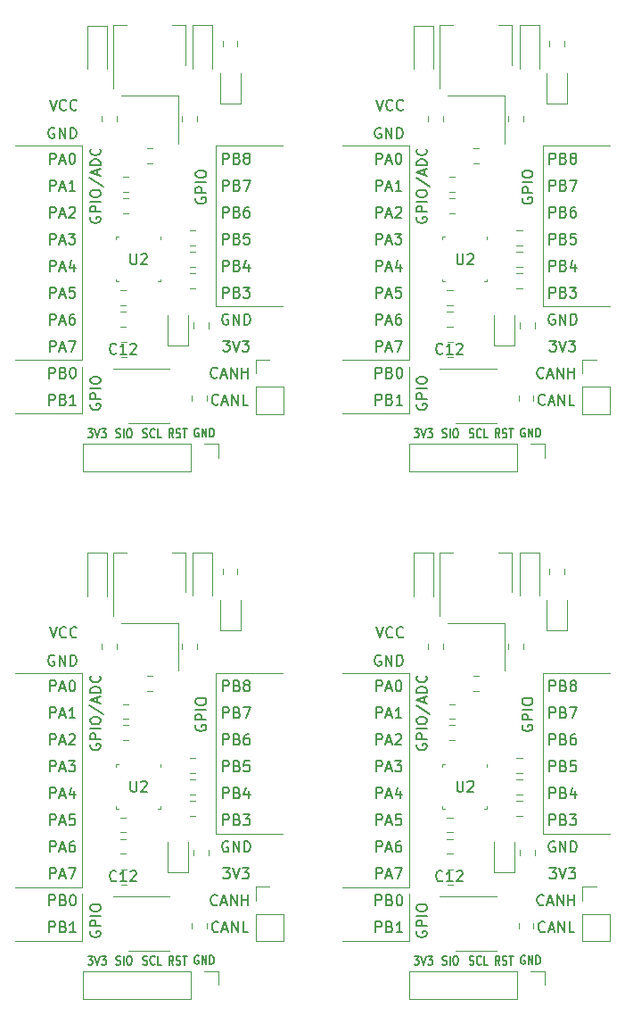
<source format=gto>
%MOIN*%
%OFA0B0*%
%FSLAX46Y46*%
%IPPOS*%
%LPD*%
%ADD10C,0.006000000000000001*%
%ADD11C,0.0047244094488188976*%
%ADD12C,0.005905511811023622*%
%ADD23C,0.006000000000000001*%
%ADD24C,0.0047244094488188976*%
%ADD25C,0.005905511811023622*%
%ADD26C,0.006000000000000001*%
%ADD27C,0.0047244094488188976*%
%ADD28C,0.005905511811023622*%
%ADD29C,0.006000000000000001*%
%ADD30C,0.0047244094488188976*%
%ADD31C,0.005905511811023622*%
D10*
X0001523918Y0000212886D02*
X0001514585Y0000228124D01*
X0001507918Y0000212886D02*
X0001507918Y0000244885D01*
X0001518585Y0000244885D01*
X0001521251Y0000243362D01*
X0001522585Y0000241838D01*
X0001523918Y0000238790D01*
X0001523918Y0000234219D01*
X0001522585Y0000231171D01*
X0001521251Y0000229647D01*
X0001518585Y0000228124D01*
X0001507918Y0000228124D01*
X0001534585Y0000214409D02*
X0001538585Y0000212886D01*
X0001545251Y0000212886D01*
X0001547918Y0000214409D01*
X0001549251Y0000215933D01*
X0001550585Y0000218981D01*
X0001550585Y0000222028D01*
X0001549251Y0000225076D01*
X0001547918Y0000226600D01*
X0001545251Y0000228124D01*
X0001539918Y0000229647D01*
X0001537251Y0000231171D01*
X0001535918Y0000232695D01*
X0001534585Y0000235743D01*
X0001534585Y0000238790D01*
X0001535918Y0000241838D01*
X0001537251Y0000243362D01*
X0001539918Y0000244885D01*
X0001546585Y0000244885D01*
X0001550585Y0000243362D01*
X0001558585Y0000244885D02*
X0001574585Y0000244885D01*
X0001566585Y0000212886D02*
X0001566585Y0000244885D01*
X0001410918Y0000214409D02*
X0001414918Y0000212886D01*
X0001421585Y0000212886D01*
X0001424251Y0000214409D01*
X0001425585Y0000215933D01*
X0001426918Y0000218981D01*
X0001426918Y0000222028D01*
X0001425585Y0000225076D01*
X0001424251Y0000226600D01*
X0001421585Y0000228124D01*
X0001416251Y0000229647D01*
X0001413585Y0000231171D01*
X0001412251Y0000232695D01*
X0001410918Y0000235743D01*
X0001410918Y0000238790D01*
X0001412251Y0000241838D01*
X0001413585Y0000243362D01*
X0001416251Y0000244885D01*
X0001422918Y0000244885D01*
X0001426918Y0000243362D01*
X0001454918Y0000215933D02*
X0001453585Y0000214409D01*
X0001449585Y0000212886D01*
X0001446918Y0000212886D01*
X0001442918Y0000214409D01*
X0001440251Y0000217457D01*
X0001438918Y0000220505D01*
X0001437585Y0000226600D01*
X0001437585Y0000231171D01*
X0001438918Y0000237266D01*
X0001440251Y0000240314D01*
X0001442918Y0000243362D01*
X0001446918Y0000244885D01*
X0001449585Y0000244885D01*
X0001453585Y0000243362D01*
X0001454918Y0000241838D01*
X0001480251Y0000212886D02*
X0001466918Y0000212886D01*
X0001466918Y0000244885D01*
X0001204585Y0000244885D02*
X0001221918Y0000244885D01*
X0001212585Y0000232695D01*
X0001216585Y0000232695D01*
X0001219251Y0000231171D01*
X0001220585Y0000229647D01*
X0001221918Y0000226600D01*
X0001221918Y0000218981D01*
X0001220585Y0000215933D01*
X0001219251Y0000214409D01*
X0001216585Y0000212886D01*
X0001208585Y0000212886D01*
X0001205918Y0000214409D01*
X0001204585Y0000215933D01*
X0001229918Y0000244885D02*
X0001239251Y0000212886D01*
X0001248585Y0000244885D01*
X0001255251Y0000244885D02*
X0001272585Y0000244885D01*
X0001263251Y0000232695D01*
X0001267251Y0000232695D01*
X0001269918Y0000231171D01*
X0001271251Y0000229647D01*
X0001272585Y0000226600D01*
X0001272585Y0000218981D01*
X0001271251Y0000215933D01*
X0001269918Y0000214409D01*
X0001267251Y0000212886D01*
X0001259251Y0000212886D01*
X0001256585Y0000214409D01*
X0001255251Y0000215933D01*
X0001309918Y0000214409D02*
X0001313918Y0000212886D01*
X0001320585Y0000212886D01*
X0001323251Y0000214409D01*
X0001324585Y0000215933D01*
X0001325918Y0000218981D01*
X0001325918Y0000222028D01*
X0001324585Y0000225076D01*
X0001323251Y0000226600D01*
X0001320585Y0000228124D01*
X0001315251Y0000229647D01*
X0001312585Y0000231171D01*
X0001311251Y0000232695D01*
X0001309918Y0000235743D01*
X0001309918Y0000238790D01*
X0001311251Y0000241838D01*
X0001312585Y0000243362D01*
X0001315251Y0000244885D01*
X0001321918Y0000244885D01*
X0001325918Y0000243362D01*
X0001337918Y0000212886D02*
X0001337918Y0000244885D01*
X0001356585Y0000244885D02*
X0001361918Y0000244885D01*
X0001364585Y0000243362D01*
X0001367251Y0000240314D01*
X0001368585Y0000234219D01*
X0001368585Y0000223552D01*
X0001367251Y0000217457D01*
X0001364585Y0000214409D01*
X0001361918Y0000212886D01*
X0001356585Y0000212886D01*
X0001353918Y0000214409D01*
X0001351251Y0000217457D01*
X0001349918Y0000223552D01*
X0001349918Y0000234219D01*
X0001351251Y0000240314D01*
X0001353918Y0000243362D01*
X0001356585Y0000244885D01*
D11*
X0001059251Y0001302362D02*
X0000934251Y0001302362D01*
X0001184251Y0000502362D02*
X0000934251Y0000502362D01*
D12*
X0001609566Y0001107992D02*
X0001607692Y0001104242D01*
X0001607692Y0001098618D01*
X0001609566Y0001092993D01*
X0001613316Y0001089244D01*
X0001617065Y0001087369D01*
X0001624565Y0001085494D01*
X0001630189Y0001085494D01*
X0001637688Y0001087369D01*
X0001641437Y0001089244D01*
X0001645187Y0001092993D01*
X0001647062Y0001098618D01*
X0001647062Y0001102367D01*
X0001645187Y0001107992D01*
X0001643312Y0001109866D01*
X0001630189Y0001109866D01*
X0001630189Y0001102367D01*
X0001647062Y0001126739D02*
X0001607692Y0001126739D01*
X0001607692Y0001141737D01*
X0001609566Y0001145487D01*
X0001611441Y0001147362D01*
X0001615191Y0001149236D01*
X0001620815Y0001149236D01*
X0001624565Y0001147362D01*
X0001626439Y0001145487D01*
X0001628314Y0001141737D01*
X0001628314Y0001126739D01*
X0001647062Y0001166109D02*
X0001607692Y0001166109D01*
X0001607692Y0001192356D02*
X0001607692Y0001199855D01*
X0001609566Y0001203605D01*
X0001613316Y0001207354D01*
X0001620815Y0001209229D01*
X0001633938Y0001209229D01*
X0001641437Y0001207354D01*
X0001645187Y0001203605D01*
X0001647062Y0001199855D01*
X0001647062Y0001192356D01*
X0001645187Y0001188607D01*
X0001641437Y0001184857D01*
X0001633938Y0001182982D01*
X0001620815Y0001182982D01*
X0001613316Y0001184857D01*
X0001609566Y0001188607D01*
X0001607692Y0001192356D01*
X0001214566Y0000337992D02*
X0001212692Y0000334242D01*
X0001212692Y0000328618D01*
X0001214566Y0000322994D01*
X0001218316Y0000319244D01*
X0001222065Y0000317369D01*
X0001229565Y0000315494D01*
X0001235189Y0000315494D01*
X0001242688Y0000317369D01*
X0001246437Y0000319244D01*
X0001250187Y0000322994D01*
X0001252062Y0000328618D01*
X0001252062Y0000332367D01*
X0001250187Y0000337992D01*
X0001248312Y0000339866D01*
X0001235189Y0000339866D01*
X0001235189Y0000332367D01*
X0001252062Y0000356739D02*
X0001212692Y0000356739D01*
X0001212692Y0000371737D01*
X0001214566Y0000375487D01*
X0001216441Y0000377362D01*
X0001220191Y0000379237D01*
X0001225815Y0000379237D01*
X0001229565Y0000377362D01*
X0001231439Y0000375487D01*
X0001233314Y0000371737D01*
X0001233314Y0000356739D01*
X0001252062Y0000396109D02*
X0001212692Y0000396109D01*
X0001212692Y0000422356D02*
X0001212692Y0000429855D01*
X0001214566Y0000433605D01*
X0001218316Y0000437354D01*
X0001225815Y0000439229D01*
X0001238938Y0000439229D01*
X0001246437Y0000437354D01*
X0001250187Y0000433605D01*
X0001252062Y0000429855D01*
X0001252062Y0000422356D01*
X0001250187Y0000418607D01*
X0001246437Y0000414857D01*
X0001238938Y0000412982D01*
X0001225815Y0000412982D01*
X0001218316Y0000414857D01*
X0001214566Y0000418607D01*
X0001212692Y0000422356D01*
D11*
X0001184251Y0000302362D02*
X0001184251Y0000477362D01*
X0000934251Y0000302362D02*
X0001184251Y0000302362D01*
X0001684251Y0000702362D02*
X0001934251Y0000702362D01*
X0001684251Y0001302362D02*
X0001684251Y0000702362D01*
X0001934251Y0001302362D02*
X0001684251Y0001302362D01*
D12*
X0001214566Y0001036126D02*
X0001212692Y0001032377D01*
X0001212692Y0001026752D01*
X0001214566Y0001021128D01*
X0001218316Y0001017379D01*
X0001222065Y0001015504D01*
X0001229565Y0001013629D01*
X0001235189Y0001013629D01*
X0001242688Y0001015504D01*
X0001246437Y0001017379D01*
X0001250187Y0001021128D01*
X0001252062Y0001026752D01*
X0001252062Y0001030502D01*
X0001250187Y0001036126D01*
X0001248312Y0001038001D01*
X0001235189Y0001038001D01*
X0001235189Y0001030502D01*
X0001252062Y0001054874D02*
X0001212692Y0001054874D01*
X0001212692Y0001069872D01*
X0001214566Y0001073622D01*
X0001216441Y0001075496D01*
X0001220191Y0001077371D01*
X0001225815Y0001077371D01*
X0001229565Y0001075496D01*
X0001231439Y0001073622D01*
X0001233314Y0001069872D01*
X0001233314Y0001054874D01*
X0001252062Y0001094244D02*
X0001212692Y0001094244D01*
X0001212692Y0001120491D02*
X0001212692Y0001127990D01*
X0001214566Y0001131739D01*
X0001218316Y0001135489D01*
X0001225815Y0001137364D01*
X0001238938Y0001137364D01*
X0001246437Y0001135489D01*
X0001250187Y0001131739D01*
X0001252062Y0001127990D01*
X0001252062Y0001120491D01*
X0001250187Y0001116741D01*
X0001246437Y0001112992D01*
X0001238938Y0001111117D01*
X0001225815Y0001111117D01*
X0001218316Y0001112992D01*
X0001214566Y0001116741D01*
X0001212692Y0001120491D01*
X0001210817Y0001182358D02*
X0001261436Y0001148612D01*
X0001240813Y0001193607D02*
X0001240813Y0001212354D01*
X0001252062Y0001189857D02*
X0001212692Y0001202980D01*
X0001252062Y0001216104D01*
X0001252062Y0001229227D02*
X0001212692Y0001229227D01*
X0001212692Y0001238601D01*
X0001214566Y0001244225D01*
X0001218316Y0001247975D01*
X0001222065Y0001249850D01*
X0001229565Y0001251724D01*
X0001235189Y0001251724D01*
X0001242688Y0001249850D01*
X0001246437Y0001247975D01*
X0001250187Y0001244225D01*
X0001252062Y0001238601D01*
X0001252062Y0001229227D01*
X0001248312Y0001291094D02*
X0001250187Y0001289220D01*
X0001252062Y0001283595D01*
X0001252062Y0001279846D01*
X0001250187Y0001274222D01*
X0001246437Y0001270472D01*
X0001242688Y0001268597D01*
X0001235189Y0001266722D01*
X0001229565Y0001266722D01*
X0001222065Y0001268597D01*
X0001218316Y0001270472D01*
X0001214566Y0001274222D01*
X0001212692Y0001279846D01*
X0001212692Y0001283595D01*
X0001214566Y0001289220D01*
X0001216441Y0001291094D01*
D11*
X0001184251Y0001302362D02*
X0001059251Y0001302362D01*
X0001184251Y0001302362D02*
X0001184251Y0000502362D01*
D10*
X0001617918Y0000245862D02*
X0001615251Y0000247385D01*
X0001611251Y0000247385D01*
X0001607251Y0000245862D01*
X0001604585Y0000242814D01*
X0001603251Y0000239766D01*
X0001601918Y0000233671D01*
X0001601918Y0000229100D01*
X0001603251Y0000223005D01*
X0001604585Y0000219957D01*
X0001607251Y0000216909D01*
X0001611251Y0000215386D01*
X0001613918Y0000215386D01*
X0001617918Y0000216909D01*
X0001619251Y0000218433D01*
X0001619251Y0000229100D01*
X0001613918Y0000229100D01*
X0001631251Y0000215386D02*
X0001631251Y0000247385D01*
X0001647251Y0000215386D01*
X0001647251Y0000247385D01*
X0001660585Y0000215386D02*
X0001660585Y0000247385D01*
X0001667251Y0000247385D01*
X0001671251Y0000245862D01*
X0001673918Y0000242814D01*
X0001675251Y0000239766D01*
X0001676585Y0000233671D01*
X0001676585Y0000229100D01*
X0001675251Y0000223005D01*
X0001673918Y0000219957D01*
X0001671251Y0000216909D01*
X0001667251Y0000215386D01*
X0001660585Y0000215386D01*
D12*
X0001079255Y0001367047D02*
X0001075506Y0001368922D01*
X0001069881Y0001368922D01*
X0001064257Y0001367047D01*
X0001060508Y0001363297D01*
X0001058633Y0001359548D01*
X0001056758Y0001352049D01*
X0001056758Y0001346424D01*
X0001058633Y0001338925D01*
X0001060508Y0001335176D01*
X0001064257Y0001331426D01*
X0001069881Y0001329551D01*
X0001073631Y0001329551D01*
X0001079255Y0001331426D01*
X0001081130Y0001333301D01*
X0001081130Y0001346424D01*
X0001073631Y0001346424D01*
X0001098003Y0001329551D02*
X0001098003Y0001368922D01*
X0001120500Y0001329551D01*
X0001120500Y0001368922D01*
X0001139248Y0001329551D02*
X0001139248Y0001368922D01*
X0001148622Y0001368922D01*
X0001154246Y0001367047D01*
X0001157995Y0001363297D01*
X0001159870Y0001359548D01*
X0001161745Y0001352049D01*
X0001161745Y0001346424D01*
X0001159870Y0001338925D01*
X0001157995Y0001335176D01*
X0001154246Y0001331426D01*
X0001148622Y0001329551D01*
X0001139248Y0001329551D01*
X0001061758Y0001473922D02*
X0001074881Y0001434551D01*
X0001088005Y0001473922D01*
X0001123625Y0001438301D02*
X0001121751Y0001436426D01*
X0001116126Y0001434551D01*
X0001112377Y0001434551D01*
X0001106752Y0001436426D01*
X0001103003Y0001440176D01*
X0001101128Y0001443925D01*
X0001099253Y0001451424D01*
X0001099253Y0001457049D01*
X0001101128Y0001464548D01*
X0001103003Y0001468297D01*
X0001106752Y0001472047D01*
X0001112377Y0001473922D01*
X0001116126Y0001473922D01*
X0001121751Y0001472047D01*
X0001123625Y0001470172D01*
X0001162995Y0001438301D02*
X0001161121Y0001436426D01*
X0001155496Y0001434551D01*
X0001151747Y0001434551D01*
X0001146122Y0001436426D01*
X0001142373Y0001440176D01*
X0001140498Y0001443925D01*
X0001138623Y0001451424D01*
X0001138623Y0001457049D01*
X0001140498Y0001464548D01*
X0001142373Y0001468297D01*
X0001146122Y0001472047D01*
X0001151747Y0001473922D01*
X0001155496Y0001473922D01*
X0001161121Y0001472047D01*
X0001162995Y0001470172D01*
X0001693007Y0000338301D02*
X0001691132Y0000336426D01*
X0001685508Y0000334551D01*
X0001681758Y0000334551D01*
X0001676134Y0000336426D01*
X0001672384Y0000340176D01*
X0001670509Y0000343925D01*
X0001668635Y0000351424D01*
X0001668635Y0000357049D01*
X0001670509Y0000364548D01*
X0001672384Y0000368297D01*
X0001676134Y0000372047D01*
X0001681758Y0000373922D01*
X0001685508Y0000373922D01*
X0001691132Y0000372047D01*
X0001693007Y0000370172D01*
X0001708005Y0000345800D02*
X0001726752Y0000345800D01*
X0001704255Y0000334551D02*
X0001717379Y0000373922D01*
X0001730502Y0000334551D01*
X0001743625Y0000334551D02*
X0001743625Y0000373922D01*
X0001766122Y0000334551D01*
X0001766122Y0000373922D01*
X0001803618Y0000334551D02*
X0001784870Y0000334551D01*
X0001784870Y0000373922D01*
X0001688320Y0000438301D02*
X0001686445Y0000436426D01*
X0001680821Y0000434551D01*
X0001677071Y0000434551D01*
X0001671447Y0000436426D01*
X0001667697Y0000440176D01*
X0001665822Y0000443925D01*
X0001663948Y0000451424D01*
X0001663948Y0000457049D01*
X0001665822Y0000464548D01*
X0001667697Y0000468297D01*
X0001671447Y0000472047D01*
X0001677071Y0000473922D01*
X0001680821Y0000473922D01*
X0001686445Y0000472047D01*
X0001688320Y0000470172D01*
X0001703318Y0000445800D02*
X0001722065Y0000445800D01*
X0001699568Y0000434551D02*
X0001712692Y0000473922D01*
X0001725815Y0000434551D01*
X0001738938Y0000434551D02*
X0001738938Y0000473922D01*
X0001761436Y0000434551D01*
X0001761436Y0000473922D01*
X0001780183Y0000434551D02*
X0001780183Y0000473922D01*
X0001780183Y0000455174D02*
X0001802680Y0000455174D01*
X0001802680Y0000434551D02*
X0001802680Y0000473922D01*
X0001710507Y0000573922D02*
X0001734880Y0000573922D01*
X0001721756Y0000558923D01*
X0001727380Y0000558923D01*
X0001731130Y0000557049D01*
X0001733005Y0000555174D01*
X0001734880Y0000551424D01*
X0001734880Y0000542051D01*
X0001733005Y0000538301D01*
X0001731130Y0000536426D01*
X0001727380Y0000534551D01*
X0001716132Y0000534551D01*
X0001712382Y0000536426D01*
X0001710507Y0000538301D01*
X0001746128Y0000573922D02*
X0001759251Y0000534551D01*
X0001772375Y0000573922D01*
X0001781749Y0000573922D02*
X0001806121Y0000573922D01*
X0001792997Y0000558923D01*
X0001798622Y0000558923D01*
X0001802371Y0000557049D01*
X0001804246Y0000555174D01*
X0001806121Y0000551424D01*
X0001806121Y0000542051D01*
X0001804246Y0000538301D01*
X0001802371Y0000536426D01*
X0001798622Y0000534551D01*
X0001787373Y0000534551D01*
X0001783623Y0000536426D01*
X0001781749Y0000538301D01*
X0001729255Y0000672047D02*
X0001725506Y0000673922D01*
X0001719881Y0000673922D01*
X0001714257Y0000672047D01*
X0001710507Y0000668297D01*
X0001708633Y0000664548D01*
X0001706758Y0000657049D01*
X0001706758Y0000651424D01*
X0001708633Y0000643925D01*
X0001710507Y0000640176D01*
X0001714257Y0000636426D01*
X0001719881Y0000634551D01*
X0001723631Y0000634551D01*
X0001729255Y0000636426D01*
X0001731130Y0000638301D01*
X0001731130Y0000651424D01*
X0001723631Y0000651424D01*
X0001748003Y0000634551D02*
X0001748003Y0000673922D01*
X0001770500Y0000634551D01*
X0001770500Y0000673922D01*
X0001789248Y0000634551D02*
X0001789248Y0000673922D01*
X0001798622Y0000673922D01*
X0001804246Y0000672047D01*
X0001807995Y0000668297D01*
X0001809870Y0000664548D01*
X0001811745Y0000657049D01*
X0001811745Y0000651424D01*
X0001809870Y0000643925D01*
X0001807995Y0000640176D01*
X0001804246Y0000636426D01*
X0001798622Y0000634551D01*
X0001789248Y0000634551D01*
X0001710507Y0000734551D02*
X0001710507Y0000773922D01*
X0001725506Y0000773922D01*
X0001729255Y0000772047D01*
X0001731130Y0000770172D01*
X0001733005Y0000766422D01*
X0001733005Y0000760798D01*
X0001731130Y0000757049D01*
X0001729255Y0000755174D01*
X0001725506Y0000753299D01*
X0001710507Y0000753299D01*
X0001763001Y0000755174D02*
X0001768625Y0000753299D01*
X0001770500Y0000751424D01*
X0001772375Y0000747675D01*
X0001772375Y0000742051D01*
X0001770500Y0000738301D01*
X0001768625Y0000736426D01*
X0001764876Y0000734551D01*
X0001749878Y0000734551D01*
X0001749878Y0000773922D01*
X0001763001Y0000773922D01*
X0001766750Y0000772047D01*
X0001768625Y0000770172D01*
X0001770500Y0000766422D01*
X0001770500Y0000762673D01*
X0001768625Y0000758923D01*
X0001766750Y0000757049D01*
X0001763001Y0000755174D01*
X0001749878Y0000755174D01*
X0001785498Y0000773922D02*
X0001809870Y0000773922D01*
X0001796747Y0000758923D01*
X0001802371Y0000758923D01*
X0001806121Y0000757049D01*
X0001807995Y0000755174D01*
X0001809870Y0000751424D01*
X0001809870Y0000742051D01*
X0001807995Y0000738301D01*
X0001806121Y0000736426D01*
X0001802371Y0000734551D01*
X0001791122Y0000734551D01*
X0001787373Y0000736426D01*
X0001785498Y0000738301D01*
X0001710507Y0000834551D02*
X0001710507Y0000873922D01*
X0001725506Y0000873922D01*
X0001729255Y0000872047D01*
X0001731130Y0000870172D01*
X0001733005Y0000866422D01*
X0001733005Y0000860798D01*
X0001731130Y0000857049D01*
X0001729255Y0000855174D01*
X0001725506Y0000853299D01*
X0001710507Y0000853299D01*
X0001763001Y0000855174D02*
X0001768625Y0000853299D01*
X0001770500Y0000851424D01*
X0001772375Y0000847675D01*
X0001772375Y0000842050D01*
X0001770500Y0000838301D01*
X0001768625Y0000836426D01*
X0001764876Y0000834551D01*
X0001749878Y0000834551D01*
X0001749878Y0000873922D01*
X0001763001Y0000873922D01*
X0001766750Y0000872047D01*
X0001768625Y0000870172D01*
X0001770500Y0000866422D01*
X0001770500Y0000862673D01*
X0001768625Y0000858923D01*
X0001766750Y0000857049D01*
X0001763001Y0000855174D01*
X0001749878Y0000855174D01*
X0001806121Y0000860798D02*
X0001806121Y0000834551D01*
X0001796747Y0000875796D02*
X0001787373Y0000847675D01*
X0001811745Y0000847675D01*
X0001710507Y0000934551D02*
X0001710507Y0000973922D01*
X0001725506Y0000973922D01*
X0001729255Y0000972047D01*
X0001731130Y0000970172D01*
X0001733005Y0000966422D01*
X0001733005Y0000960798D01*
X0001731130Y0000957049D01*
X0001729255Y0000955174D01*
X0001725506Y0000953299D01*
X0001710507Y0000953299D01*
X0001763001Y0000955174D02*
X0001768625Y0000953299D01*
X0001770500Y0000951424D01*
X0001772375Y0000947675D01*
X0001772375Y0000942051D01*
X0001770500Y0000938301D01*
X0001768625Y0000936426D01*
X0001764876Y0000934551D01*
X0001749878Y0000934551D01*
X0001749878Y0000973922D01*
X0001763001Y0000973922D01*
X0001766750Y0000972047D01*
X0001768625Y0000970172D01*
X0001770500Y0000966422D01*
X0001770500Y0000962673D01*
X0001768625Y0000958923D01*
X0001766750Y0000957049D01*
X0001763001Y0000955174D01*
X0001749878Y0000955174D01*
X0001807995Y0000973922D02*
X0001789248Y0000973922D01*
X0001787373Y0000955174D01*
X0001789248Y0000957049D01*
X0001792997Y0000958923D01*
X0001802371Y0000958923D01*
X0001806121Y0000957049D01*
X0001807995Y0000955174D01*
X0001809870Y0000951424D01*
X0001809870Y0000942051D01*
X0001807995Y0000938301D01*
X0001806121Y0000936426D01*
X0001802371Y0000934551D01*
X0001792997Y0000934551D01*
X0001789248Y0000936426D01*
X0001787373Y0000938301D01*
X0001710507Y0001034551D02*
X0001710507Y0001073922D01*
X0001725506Y0001073922D01*
X0001729255Y0001072047D01*
X0001731130Y0001070172D01*
X0001733005Y0001066422D01*
X0001733005Y0001060798D01*
X0001731130Y0001057049D01*
X0001729255Y0001055174D01*
X0001725506Y0001053299D01*
X0001710507Y0001053299D01*
X0001763001Y0001055174D02*
X0001768625Y0001053299D01*
X0001770500Y0001051424D01*
X0001772375Y0001047675D01*
X0001772375Y0001042051D01*
X0001770500Y0001038301D01*
X0001768625Y0001036426D01*
X0001764876Y0001034551D01*
X0001749878Y0001034551D01*
X0001749878Y0001073922D01*
X0001763001Y0001073922D01*
X0001766750Y0001072047D01*
X0001768625Y0001070172D01*
X0001770500Y0001066422D01*
X0001770500Y0001062673D01*
X0001768625Y0001058923D01*
X0001766750Y0001057049D01*
X0001763001Y0001055174D01*
X0001749878Y0001055174D01*
X0001806121Y0001073922D02*
X0001798622Y0001073922D01*
X0001794872Y0001072047D01*
X0001792997Y0001070172D01*
X0001789248Y0001064548D01*
X0001787373Y0001057049D01*
X0001787373Y0001042051D01*
X0001789248Y0001038301D01*
X0001791122Y0001036426D01*
X0001794872Y0001034551D01*
X0001802371Y0001034551D01*
X0001806121Y0001036426D01*
X0001807995Y0001038301D01*
X0001809870Y0001042051D01*
X0001809870Y0001051424D01*
X0001807995Y0001055174D01*
X0001806121Y0001057049D01*
X0001802371Y0001058923D01*
X0001794872Y0001058923D01*
X0001791122Y0001057049D01*
X0001789248Y0001055174D01*
X0001787373Y0001051424D01*
X0001710507Y0001134551D02*
X0001710507Y0001173922D01*
X0001725506Y0001173922D01*
X0001729255Y0001172047D01*
X0001731130Y0001170172D01*
X0001733005Y0001166422D01*
X0001733005Y0001160798D01*
X0001731130Y0001157049D01*
X0001729255Y0001155174D01*
X0001725506Y0001153299D01*
X0001710507Y0001153299D01*
X0001763001Y0001155174D02*
X0001768625Y0001153299D01*
X0001770500Y0001151424D01*
X0001772375Y0001147675D01*
X0001772375Y0001142050D01*
X0001770500Y0001138301D01*
X0001768625Y0001136426D01*
X0001764876Y0001134551D01*
X0001749878Y0001134551D01*
X0001749878Y0001173922D01*
X0001763001Y0001173922D01*
X0001766750Y0001172047D01*
X0001768625Y0001170172D01*
X0001770500Y0001166422D01*
X0001770500Y0001162673D01*
X0001768625Y0001158923D01*
X0001766750Y0001157049D01*
X0001763001Y0001155174D01*
X0001749878Y0001155174D01*
X0001785498Y0001173922D02*
X0001811745Y0001173922D01*
X0001794872Y0001134551D01*
X0001710507Y0001234551D02*
X0001710507Y0001273922D01*
X0001725506Y0001273922D01*
X0001729255Y0001272047D01*
X0001731130Y0001270172D01*
X0001733005Y0001266422D01*
X0001733005Y0001260798D01*
X0001731130Y0001257049D01*
X0001729255Y0001255174D01*
X0001725506Y0001253299D01*
X0001710507Y0001253299D01*
X0001763001Y0001255174D02*
X0001768625Y0001253299D01*
X0001770500Y0001251424D01*
X0001772375Y0001247675D01*
X0001772375Y0001242051D01*
X0001770500Y0001238301D01*
X0001768625Y0001236426D01*
X0001764876Y0001234551D01*
X0001749878Y0001234551D01*
X0001749878Y0001273922D01*
X0001763001Y0001273922D01*
X0001766750Y0001272047D01*
X0001768625Y0001270172D01*
X0001770500Y0001266422D01*
X0001770500Y0001262673D01*
X0001768625Y0001258923D01*
X0001766750Y0001257049D01*
X0001763001Y0001255174D01*
X0001749878Y0001255174D01*
X0001794872Y0001257049D02*
X0001791122Y0001258923D01*
X0001789248Y0001260798D01*
X0001787373Y0001264548D01*
X0001787373Y0001266422D01*
X0001789248Y0001270172D01*
X0001791122Y0001272047D01*
X0001794872Y0001273922D01*
X0001802371Y0001273922D01*
X0001806121Y0001272047D01*
X0001807995Y0001270172D01*
X0001809870Y0001266422D01*
X0001809870Y0001264548D01*
X0001807995Y0001260798D01*
X0001806121Y0001258923D01*
X0001802371Y0001257049D01*
X0001794872Y0001257049D01*
X0001791122Y0001255174D01*
X0001789248Y0001253299D01*
X0001787373Y0001249550D01*
X0001787373Y0001242051D01*
X0001789248Y0001238301D01*
X0001791122Y0001236426D01*
X0001794872Y0001234551D01*
X0001802371Y0001234551D01*
X0001806121Y0001236426D01*
X0001807995Y0001238301D01*
X0001809870Y0001242051D01*
X0001809870Y0001249550D01*
X0001807995Y0001253299D01*
X0001806121Y0001255174D01*
X0001802371Y0001257049D01*
X0001063320Y0001234551D02*
X0001063320Y0001273922D01*
X0001078318Y0001273922D01*
X0001082067Y0001272047D01*
X0001083942Y0001270172D01*
X0001085817Y0001266422D01*
X0001085817Y0001260798D01*
X0001083942Y0001257049D01*
X0001082067Y0001255174D01*
X0001078318Y0001253299D01*
X0001063320Y0001253299D01*
X0001100815Y0001245800D02*
X0001119563Y0001245800D01*
X0001097065Y0001234551D02*
X0001110189Y0001273922D01*
X0001123312Y0001234551D01*
X0001143935Y0001273922D02*
X0001147684Y0001273922D01*
X0001151434Y0001272047D01*
X0001153308Y0001270172D01*
X0001155183Y0001266422D01*
X0001157058Y0001258923D01*
X0001157058Y0001249550D01*
X0001155183Y0001242051D01*
X0001153308Y0001238301D01*
X0001151434Y0001236426D01*
X0001147684Y0001234551D01*
X0001143935Y0001234551D01*
X0001140185Y0001236426D01*
X0001138310Y0001238301D01*
X0001136436Y0001242051D01*
X0001134561Y0001249550D01*
X0001134561Y0001258923D01*
X0001136436Y0001266422D01*
X0001138310Y0001270172D01*
X0001140185Y0001272047D01*
X0001143935Y0001273922D01*
X0001063320Y0001134551D02*
X0001063320Y0001173922D01*
X0001078318Y0001173922D01*
X0001082067Y0001172047D01*
X0001083942Y0001170172D01*
X0001085817Y0001166422D01*
X0001085817Y0001160798D01*
X0001083942Y0001157049D01*
X0001082067Y0001155174D01*
X0001078318Y0001153299D01*
X0001063320Y0001153299D01*
X0001100815Y0001145800D02*
X0001119563Y0001145800D01*
X0001097065Y0001134551D02*
X0001110189Y0001173922D01*
X0001123312Y0001134551D01*
X0001157058Y0001134551D02*
X0001134561Y0001134551D01*
X0001145809Y0001134551D02*
X0001145809Y0001173922D01*
X0001142060Y0001168297D01*
X0001138310Y0001164548D01*
X0001134561Y0001162673D01*
X0001063320Y0001034551D02*
X0001063320Y0001073922D01*
X0001078318Y0001073922D01*
X0001082067Y0001072047D01*
X0001083942Y0001070172D01*
X0001085817Y0001066422D01*
X0001085817Y0001060798D01*
X0001083942Y0001057049D01*
X0001082067Y0001055174D01*
X0001078318Y0001053299D01*
X0001063320Y0001053299D01*
X0001100815Y0001045800D02*
X0001119563Y0001045800D01*
X0001097065Y0001034551D02*
X0001110189Y0001073922D01*
X0001123312Y0001034551D01*
X0001134561Y0001070172D02*
X0001136436Y0001072047D01*
X0001140185Y0001073922D01*
X0001149559Y0001073922D01*
X0001153308Y0001072047D01*
X0001155183Y0001070172D01*
X0001157058Y0001066422D01*
X0001157058Y0001062673D01*
X0001155183Y0001057049D01*
X0001132686Y0001034551D01*
X0001157058Y0001034551D01*
X0001063320Y0000934551D02*
X0001063320Y0000973922D01*
X0001078318Y0000973922D01*
X0001082067Y0000972047D01*
X0001083942Y0000970172D01*
X0001085817Y0000966422D01*
X0001085817Y0000960798D01*
X0001083942Y0000957049D01*
X0001082067Y0000955174D01*
X0001078318Y0000953299D01*
X0001063320Y0000953299D01*
X0001100815Y0000945800D02*
X0001119563Y0000945800D01*
X0001097065Y0000934551D02*
X0001110189Y0000973922D01*
X0001123312Y0000934551D01*
X0001132686Y0000973922D02*
X0001157058Y0000973922D01*
X0001143935Y0000958923D01*
X0001149559Y0000958923D01*
X0001153308Y0000957049D01*
X0001155183Y0000955174D01*
X0001157058Y0000951424D01*
X0001157058Y0000942051D01*
X0001155183Y0000938301D01*
X0001153308Y0000936426D01*
X0001149559Y0000934551D01*
X0001138310Y0000934551D01*
X0001134561Y0000936426D01*
X0001132686Y0000938301D01*
X0001063320Y0000834551D02*
X0001063320Y0000873922D01*
X0001078318Y0000873922D01*
X0001082067Y0000872047D01*
X0001083942Y0000870172D01*
X0001085817Y0000866422D01*
X0001085817Y0000860798D01*
X0001083942Y0000857049D01*
X0001082067Y0000855174D01*
X0001078318Y0000853299D01*
X0001063320Y0000853299D01*
X0001100815Y0000845800D02*
X0001119563Y0000845800D01*
X0001097065Y0000834551D02*
X0001110189Y0000873922D01*
X0001123312Y0000834551D01*
X0001153308Y0000860798D02*
X0001153308Y0000834551D01*
X0001143935Y0000875796D02*
X0001134561Y0000847675D01*
X0001158933Y0000847675D01*
X0001063320Y0000734551D02*
X0001063320Y0000773922D01*
X0001078318Y0000773922D01*
X0001082067Y0000772047D01*
X0001083942Y0000770172D01*
X0001085817Y0000766422D01*
X0001085817Y0000760798D01*
X0001083942Y0000757049D01*
X0001082067Y0000755174D01*
X0001078318Y0000753299D01*
X0001063320Y0000753299D01*
X0001100815Y0000745800D02*
X0001119563Y0000745800D01*
X0001097065Y0000734551D02*
X0001110189Y0000773922D01*
X0001123312Y0000734551D01*
X0001155183Y0000773922D02*
X0001136436Y0000773922D01*
X0001134561Y0000755174D01*
X0001136436Y0000757049D01*
X0001140185Y0000758923D01*
X0001149559Y0000758923D01*
X0001153308Y0000757049D01*
X0001155183Y0000755174D01*
X0001157058Y0000751424D01*
X0001157058Y0000742051D01*
X0001155183Y0000738301D01*
X0001153308Y0000736426D01*
X0001149559Y0000734551D01*
X0001140185Y0000734551D01*
X0001136436Y0000736426D01*
X0001134561Y0000738301D01*
X0001063320Y0000634551D02*
X0001063320Y0000673922D01*
X0001078318Y0000673922D01*
X0001082067Y0000672047D01*
X0001083942Y0000670172D01*
X0001085817Y0000666422D01*
X0001085817Y0000660798D01*
X0001083942Y0000657049D01*
X0001082067Y0000655174D01*
X0001078318Y0000653299D01*
X0001063320Y0000653299D01*
X0001100815Y0000645800D02*
X0001119563Y0000645800D01*
X0001097065Y0000634551D02*
X0001110189Y0000673922D01*
X0001123312Y0000634551D01*
X0001153308Y0000673922D02*
X0001145809Y0000673922D01*
X0001142060Y0000672047D01*
X0001140185Y0000670172D01*
X0001136436Y0000664548D01*
X0001134561Y0000657049D01*
X0001134561Y0000642051D01*
X0001136436Y0000638301D01*
X0001138310Y0000636426D01*
X0001142060Y0000634551D01*
X0001149559Y0000634551D01*
X0001153308Y0000636426D01*
X0001155183Y0000638301D01*
X0001157058Y0000642051D01*
X0001157058Y0000651424D01*
X0001155183Y0000655174D01*
X0001153308Y0000657049D01*
X0001149559Y0000658923D01*
X0001142060Y0000658923D01*
X0001138310Y0000657049D01*
X0001136436Y0000655174D01*
X0001134561Y0000651424D01*
X0001063320Y0000534551D02*
X0001063320Y0000573922D01*
X0001078318Y0000573922D01*
X0001082067Y0000572047D01*
X0001083942Y0000570172D01*
X0001085817Y0000566422D01*
X0001085817Y0000560798D01*
X0001083942Y0000557049D01*
X0001082067Y0000555174D01*
X0001078318Y0000553299D01*
X0001063320Y0000553299D01*
X0001100815Y0000545800D02*
X0001119563Y0000545800D01*
X0001097065Y0000534551D02*
X0001110189Y0000573922D01*
X0001123312Y0000534551D01*
X0001132686Y0000573922D02*
X0001158933Y0000573922D01*
X0001142060Y0000534551D01*
X0001060508Y0000334551D02*
X0001060508Y0000373922D01*
X0001075506Y0000373922D01*
X0001079255Y0000372047D01*
X0001081130Y0000370172D01*
X0001083005Y0000366422D01*
X0001083005Y0000360798D01*
X0001081130Y0000357049D01*
X0001079255Y0000355174D01*
X0001075506Y0000353299D01*
X0001060508Y0000353299D01*
X0001113001Y0000355174D02*
X0001118625Y0000353299D01*
X0001120500Y0000351424D01*
X0001122375Y0000347675D01*
X0001122375Y0000342051D01*
X0001120500Y0000338301D01*
X0001118625Y0000336426D01*
X0001114876Y0000334551D01*
X0001099878Y0000334551D01*
X0001099878Y0000373922D01*
X0001113001Y0000373922D01*
X0001116751Y0000372047D01*
X0001118625Y0000370172D01*
X0001120500Y0000366422D01*
X0001120500Y0000362673D01*
X0001118625Y0000358923D01*
X0001116751Y0000357049D01*
X0001113001Y0000355174D01*
X0001099878Y0000355174D01*
X0001159870Y0000334551D02*
X0001137373Y0000334551D01*
X0001148622Y0000334551D02*
X0001148622Y0000373922D01*
X0001144872Y0000368297D01*
X0001141122Y0000364548D01*
X0001137373Y0000362673D01*
X0001060508Y0000434551D02*
X0001060508Y0000473922D01*
X0001075506Y0000473922D01*
X0001079255Y0000472047D01*
X0001081130Y0000470172D01*
X0001083005Y0000466422D01*
X0001083005Y0000460798D01*
X0001081130Y0000457049D01*
X0001079255Y0000455174D01*
X0001075506Y0000453299D01*
X0001060508Y0000453299D01*
X0001113001Y0000455174D02*
X0001118625Y0000453299D01*
X0001120500Y0000451424D01*
X0001122375Y0000447675D01*
X0001122375Y0000442050D01*
X0001120500Y0000438301D01*
X0001118625Y0000436426D01*
X0001114876Y0000434551D01*
X0001099878Y0000434551D01*
X0001099878Y0000473922D01*
X0001113001Y0000473922D01*
X0001116751Y0000472047D01*
X0001118625Y0000470172D01*
X0001120500Y0000466422D01*
X0001120500Y0000462673D01*
X0001118625Y0000458923D01*
X0001116751Y0000457049D01*
X0001113001Y0000455174D01*
X0001099878Y0000455174D01*
X0001146747Y0000473922D02*
X0001150496Y0000473922D01*
X0001154246Y0000472047D01*
X0001156121Y0000470172D01*
X0001157995Y0000466422D01*
X0001159870Y0000458923D01*
X0001159870Y0000449550D01*
X0001157995Y0000442050D01*
X0001156121Y0000438301D01*
X0001154246Y0000436426D01*
X0001150496Y0000434551D01*
X0001146747Y0000434551D01*
X0001142997Y0000436426D01*
X0001141122Y0000438301D01*
X0001139248Y0000442050D01*
X0001137373Y0000449550D01*
X0001137373Y0000458923D01*
X0001139248Y0000466422D01*
X0001141122Y0000470172D01*
X0001142997Y0000472047D01*
X0001146747Y0000473922D01*
D11*
X0001434251Y0000266574D02*
X0001511023Y0000266574D01*
X0001434251Y0000266574D02*
X0001357480Y0000266574D01*
X0001434251Y0000468149D02*
X0001511023Y0000468149D01*
X0001434251Y0000468149D02*
X0001298425Y0000468149D01*
X0001587108Y0000928994D02*
X0001607679Y0000928994D01*
X0001587108Y0000984899D02*
X0001607679Y0000984899D01*
X0001831889Y0000504724D02*
X0001884251Y0000504724D01*
X0001831889Y0000452362D02*
X0001831889Y0000504724D01*
X0001831889Y0000402362D02*
X0001936614Y0000402362D01*
X0001936614Y0000402362D02*
X0001936614Y0000300000D01*
X0001831889Y0000402362D02*
X0001831889Y0000300000D01*
X0001831889Y0000300000D02*
X0001936614Y0000300000D01*
X0001691614Y0000189724D02*
X0001691614Y0000137362D01*
X0001639251Y0000189724D02*
X0001691614Y0000189724D01*
X0001589251Y0000189724D02*
X0001589251Y0000084999D01*
X0001589251Y0000084999D02*
X0001186889Y0000084999D01*
X0001589251Y0000189724D02*
X0001186889Y0000189724D01*
X0001186889Y0000189724D02*
X0001186889Y0000084999D01*
X0001348537Y0000568314D02*
X0001327966Y0000568314D01*
X0001348537Y0000512409D02*
X0001327966Y0000512409D01*
X0001650204Y0000348430D02*
X0001650204Y0000369002D01*
X0001594299Y0000348430D02*
X0001594299Y0000369002D01*
X0001541464Y0001488220D02*
X0001328866Y0001488220D01*
X0001541464Y0001311055D02*
X0001541464Y0001488220D01*
X0001300000Y0001515944D02*
X0001300000Y0001752559D01*
X0001568503Y0001604527D02*
X0001568503Y0001752559D01*
X0001300000Y0001752559D02*
X0001349606Y0001752559D01*
X0001568503Y0001752559D02*
X0001518897Y0001752559D01*
X0001475322Y0000952574D02*
X0001475322Y0000961433D01*
X0001309181Y0000795291D02*
X0001318039Y0000795291D01*
X0001309181Y0000804149D02*
X0001309181Y0000795291D01*
X0001309181Y0000961433D02*
X0001318039Y0000961433D01*
X0001309181Y0000952574D02*
X0001309181Y0000961433D01*
X0001475322Y0000795291D02*
X0001466464Y0000795291D01*
X0001475322Y0000804149D02*
X0001475322Y0000795291D01*
X0001708444Y0001692647D02*
X0001708444Y0001672076D01*
X0001764350Y0001692647D02*
X0001764350Y0001672076D01*
X0001446183Y0001292314D02*
X0001425612Y0001292314D01*
X0001446183Y0001236409D02*
X0001425612Y0001236409D01*
X0001600228Y0000641430D02*
X0001600228Y0000620859D01*
X0001656133Y0000641430D02*
X0001656133Y0000620859D01*
X0001774547Y0001461279D02*
X0001774547Y0001573877D01*
X0001698956Y0001461279D02*
X0001774547Y0001461279D01*
X0001698956Y0001573877D02*
X0001698956Y0001461279D01*
X0001578476Y0000557488D02*
X0001578476Y0000670086D01*
X0001502885Y0000557488D02*
X0001578476Y0000557488D01*
X0001502885Y0000670086D02*
X0001502885Y0000557488D01*
X0001587108Y0000848994D02*
X0001607679Y0000848994D01*
X0001587108Y0000904900D02*
X0001607679Y0000904900D01*
X0001587108Y0000768994D02*
X0001607679Y0000768994D01*
X0001587108Y0000824900D02*
X0001607679Y0000824900D01*
X0001356493Y0001107039D02*
X0001335922Y0001107039D01*
X0001356493Y0001051134D02*
X0001335922Y0001051134D01*
X0001202440Y0001750196D02*
X0001202440Y0001589370D01*
X0001276062Y0001750196D02*
X0001202440Y0001750196D01*
X0001276062Y0001589370D02*
X0001276062Y0001750196D01*
X0001356188Y0001186589D02*
X0001335617Y0001186589D01*
X0001356188Y0001130683D02*
X0001335617Y0001130683D01*
X0001347501Y0000763201D02*
X0001326930Y0000763201D01*
X0001347501Y0000707296D02*
X0001326930Y0000707296D01*
X0001597440Y0001751791D02*
X0001597440Y0001590964D01*
X0001671062Y0001751791D02*
X0001597440Y0001751791D01*
X0001671062Y0001590964D02*
X0001671062Y0001751791D01*
X0001312204Y0001392431D02*
X0001312204Y0001413002D01*
X0001256299Y0001392431D02*
X0001256299Y0001413002D01*
X0001556299Y0001412647D02*
X0001556299Y0001392076D01*
X0001612204Y0001412647D02*
X0001612204Y0001392076D01*
X0001347501Y0000683201D02*
X0001326930Y0000683201D01*
X0001347501Y0000627296D02*
X0001326930Y0000627296D01*
D12*
X0001310588Y0000528301D02*
X0001308713Y0000526426D01*
X0001303089Y0000524551D01*
X0001299339Y0000524551D01*
X0001293715Y0000526426D01*
X0001289965Y0000530176D01*
X0001288091Y0000533925D01*
X0001286216Y0000541424D01*
X0001286216Y0000547049D01*
X0001288091Y0000554548D01*
X0001289965Y0000558297D01*
X0001293715Y0000562047D01*
X0001299339Y0000563922D01*
X0001303089Y0000563922D01*
X0001308713Y0000562047D01*
X0001310588Y0000560172D01*
X0001348083Y0000524551D02*
X0001325586Y0000524551D01*
X0001336835Y0000524551D02*
X0001336835Y0000563922D01*
X0001333085Y0000558297D01*
X0001329335Y0000554548D01*
X0001325586Y0000552673D01*
X0001363081Y0000560172D02*
X0001364956Y0000562047D01*
X0001368706Y0000563922D01*
X0001378079Y0000563922D01*
X0001381829Y0000562047D01*
X0001383704Y0000560172D01*
X0001385578Y0000556422D01*
X0001385578Y0000552673D01*
X0001383704Y0000547049D01*
X0001361207Y0000524551D01*
X0001385578Y0000524551D01*
X0001364140Y0000898760D02*
X0001364140Y0000866889D01*
X0001366014Y0000863140D01*
X0001367889Y0000861265D01*
X0001371639Y0000859390D01*
X0001379138Y0000859390D01*
X0001382887Y0000861265D01*
X0001384762Y0000863140D01*
X0001386637Y0000866889D01*
X0001386637Y0000898760D01*
X0001403510Y0000895011D02*
X0001405385Y0000896886D01*
X0001409134Y0000898760D01*
X0001418508Y0000898760D01*
X0001422257Y0000896886D01*
X0001424132Y0000895011D01*
X0001426007Y0000891261D01*
X0001426007Y0000887512D01*
X0001424132Y0000881887D01*
X0001401635Y0000859390D01*
X0001426007Y0000859390D01*
G04 next file*
G04 #@! TF.GenerationSoftware,KiCad,Pcbnew,(5.1.4)-1*
G04 #@! TF.CreationDate,2020-10-29T21:44:13+08:00*
G04 #@! TF.ProjectId,custom_microcontroller,63757374-6f6d-45f6-9d69-63726f636f6e,rev?*
G04 #@! TF.SameCoordinates,Original*
G04 #@! TF.FileFunction,Legend,Top*
G04 #@! TF.FilePolarity,Positive*
G04 Gerber Fmt 4.6, Leading zero omitted, Abs format (unit mm)*
G04 Created by KiCad (PCBNEW (5.1.4)-1) date 2020-10-29 21:44:13*
G04 APERTURE LIST*
G04 APERTURE END LIST*
D23*
X0001523918Y0002181389D02*
X0001514585Y0002196628D01*
X0001507918Y0002181389D02*
X0001507918Y0002213389D01*
X0001518585Y0002213389D01*
X0001521251Y0002211866D01*
X0001522585Y0002210342D01*
X0001523918Y0002207294D01*
X0001523918Y0002202723D01*
X0001522585Y0002199675D01*
X0001521251Y0002198151D01*
X0001518585Y0002196628D01*
X0001507918Y0002196628D01*
X0001534585Y0002182913D02*
X0001538585Y0002181389D01*
X0001545251Y0002181389D01*
X0001547918Y0002182913D01*
X0001549251Y0002184437D01*
X0001550585Y0002187485D01*
X0001550585Y0002190532D01*
X0001549251Y0002193580D01*
X0001547918Y0002195104D01*
X0001545251Y0002196628D01*
X0001539918Y0002198151D01*
X0001537251Y0002199675D01*
X0001535918Y0002201199D01*
X0001534585Y0002204247D01*
X0001534585Y0002207294D01*
X0001535918Y0002210342D01*
X0001537251Y0002211866D01*
X0001539918Y0002213389D01*
X0001546585Y0002213389D01*
X0001550585Y0002211866D01*
X0001558585Y0002213389D02*
X0001574585Y0002213389D01*
X0001566585Y0002181389D02*
X0001566585Y0002213389D01*
X0001410918Y0002182913D02*
X0001414918Y0002181389D01*
X0001421585Y0002181389D01*
X0001424251Y0002182913D01*
X0001425585Y0002184437D01*
X0001426918Y0002187485D01*
X0001426918Y0002190532D01*
X0001425585Y0002193580D01*
X0001424251Y0002195104D01*
X0001421585Y0002196628D01*
X0001416251Y0002198151D01*
X0001413585Y0002199675D01*
X0001412251Y0002201199D01*
X0001410918Y0002204247D01*
X0001410918Y0002207294D01*
X0001412251Y0002210342D01*
X0001413585Y0002211866D01*
X0001416251Y0002213389D01*
X0001422918Y0002213389D01*
X0001426918Y0002211866D01*
X0001454918Y0002184437D02*
X0001453585Y0002182913D01*
X0001449585Y0002181389D01*
X0001446918Y0002181389D01*
X0001442918Y0002182913D01*
X0001440251Y0002185961D01*
X0001438918Y0002189009D01*
X0001437585Y0002195104D01*
X0001437585Y0002199675D01*
X0001438918Y0002205770D01*
X0001440251Y0002208818D01*
X0001442918Y0002211866D01*
X0001446918Y0002213389D01*
X0001449585Y0002213389D01*
X0001453585Y0002211866D01*
X0001454918Y0002210342D01*
X0001480251Y0002181389D02*
X0001466918Y0002181389D01*
X0001466918Y0002213389D01*
X0001204585Y0002213389D02*
X0001221918Y0002213389D01*
X0001212585Y0002201199D01*
X0001216585Y0002201199D01*
X0001219251Y0002199675D01*
X0001220585Y0002198151D01*
X0001221918Y0002195104D01*
X0001221918Y0002187485D01*
X0001220585Y0002184437D01*
X0001219251Y0002182913D01*
X0001216585Y0002181389D01*
X0001208585Y0002181389D01*
X0001205918Y0002182913D01*
X0001204585Y0002184437D01*
X0001229918Y0002213389D02*
X0001239251Y0002181389D01*
X0001248585Y0002213389D01*
X0001255251Y0002213389D02*
X0001272585Y0002213389D01*
X0001263251Y0002201199D01*
X0001267251Y0002201199D01*
X0001269918Y0002199675D01*
X0001271251Y0002198151D01*
X0001272585Y0002195104D01*
X0001272585Y0002187485D01*
X0001271251Y0002184437D01*
X0001269918Y0002182913D01*
X0001267251Y0002181389D01*
X0001259251Y0002181389D01*
X0001256585Y0002182913D01*
X0001255251Y0002184437D01*
X0001309918Y0002182913D02*
X0001313918Y0002181389D01*
X0001320585Y0002181389D01*
X0001323251Y0002182913D01*
X0001324585Y0002184437D01*
X0001325918Y0002187485D01*
X0001325918Y0002190532D01*
X0001324585Y0002193580D01*
X0001323251Y0002195104D01*
X0001320585Y0002196628D01*
X0001315251Y0002198151D01*
X0001312585Y0002199675D01*
X0001311251Y0002201199D01*
X0001309918Y0002204247D01*
X0001309918Y0002207294D01*
X0001311251Y0002210342D01*
X0001312585Y0002211866D01*
X0001315251Y0002213389D01*
X0001321918Y0002213389D01*
X0001325918Y0002211866D01*
X0001337918Y0002181389D02*
X0001337918Y0002213389D01*
X0001356585Y0002213389D02*
X0001361918Y0002213389D01*
X0001364585Y0002211866D01*
X0001367251Y0002208818D01*
X0001368585Y0002202723D01*
X0001368585Y0002192056D01*
X0001367251Y0002185961D01*
X0001364585Y0002182913D01*
X0001361918Y0002181389D01*
X0001356585Y0002181389D01*
X0001353918Y0002182913D01*
X0001351251Y0002185961D01*
X0001349918Y0002192056D01*
X0001349918Y0002202723D01*
X0001351251Y0002208818D01*
X0001353918Y0002211866D01*
X0001356585Y0002213389D01*
D24*
X0001059251Y0003270866D02*
X0000934251Y0003270866D01*
X0001184251Y0002470866D02*
X0000934251Y0002470866D01*
D25*
X0001609566Y0003076496D02*
X0001607692Y0003072746D01*
X0001607692Y0003067122D01*
X0001609566Y0003061497D01*
X0001613316Y0003057748D01*
X0001617065Y0003055873D01*
X0001624565Y0003053998D01*
X0001630189Y0003053998D01*
X0001637688Y0003055873D01*
X0001641437Y0003057748D01*
X0001645187Y0003061497D01*
X0001647062Y0003067122D01*
X0001647062Y0003070871D01*
X0001645187Y0003076496D01*
X0001643312Y0003078370D01*
X0001630189Y0003078370D01*
X0001630189Y0003070871D01*
X0001647062Y0003095243D02*
X0001607692Y0003095243D01*
X0001607692Y0003110241D01*
X0001609566Y0003113991D01*
X0001611441Y0003115866D01*
X0001615191Y0003117740D01*
X0001620815Y0003117740D01*
X0001624565Y0003115866D01*
X0001626439Y0003113991D01*
X0001628314Y0003110241D01*
X0001628314Y0003095243D01*
X0001647062Y0003134613D02*
X0001607692Y0003134613D01*
X0001607692Y0003160860D02*
X0001607692Y0003168359D01*
X0001609566Y0003172109D01*
X0001613316Y0003175858D01*
X0001620815Y0003177733D01*
X0001633938Y0003177733D01*
X0001641437Y0003175858D01*
X0001645187Y0003172109D01*
X0001647062Y0003168359D01*
X0001647062Y0003160860D01*
X0001645187Y0003157111D01*
X0001641437Y0003153361D01*
X0001633938Y0003151486D01*
X0001620815Y0003151486D01*
X0001613316Y0003153361D01*
X0001609566Y0003157111D01*
X0001607692Y0003160860D01*
X0001214566Y0002306496D02*
X0001212692Y0002302746D01*
X0001212692Y0002297122D01*
X0001214566Y0002291497D01*
X0001218316Y0002287748D01*
X0001222065Y0002285873D01*
X0001229565Y0002283998D01*
X0001235189Y0002283998D01*
X0001242688Y0002285873D01*
X0001246437Y0002287748D01*
X0001250187Y0002291497D01*
X0001252062Y0002297122D01*
X0001252062Y0002300871D01*
X0001250187Y0002306496D01*
X0001248312Y0002308370D01*
X0001235189Y0002308370D01*
X0001235189Y0002300871D01*
X0001252062Y0002325243D02*
X0001212692Y0002325243D01*
X0001212692Y0002340241D01*
X0001214566Y0002343991D01*
X0001216441Y0002345866D01*
X0001220191Y0002347740D01*
X0001225815Y0002347740D01*
X0001229565Y0002345866D01*
X0001231439Y0002343991D01*
X0001233314Y0002340241D01*
X0001233314Y0002325243D01*
X0001252062Y0002364613D02*
X0001212692Y0002364613D01*
X0001212692Y0002390860D02*
X0001212692Y0002398359D01*
X0001214566Y0002402109D01*
X0001218316Y0002405858D01*
X0001225815Y0002407733D01*
X0001238938Y0002407733D01*
X0001246437Y0002405858D01*
X0001250187Y0002402109D01*
X0001252062Y0002398359D01*
X0001252062Y0002390860D01*
X0001250187Y0002387111D01*
X0001246437Y0002383361D01*
X0001238938Y0002381486D01*
X0001225815Y0002381486D01*
X0001218316Y0002383361D01*
X0001214566Y0002387111D01*
X0001212692Y0002390860D01*
D24*
X0001184251Y0002270866D02*
X0001184251Y0002445866D01*
X0000934251Y0002270866D02*
X0001184251Y0002270866D01*
X0001684251Y0002670866D02*
X0001934251Y0002670866D01*
X0001684251Y0003270866D02*
X0001684251Y0002670866D01*
X0001934251Y0003270866D02*
X0001684251Y0003270866D01*
D25*
X0001214566Y0003004630D02*
X0001212692Y0003000881D01*
X0001212692Y0002995256D01*
X0001214566Y0002989632D01*
X0001218316Y0002985883D01*
X0001222065Y0002984008D01*
X0001229565Y0002982133D01*
X0001235189Y0002982133D01*
X0001242688Y0002984008D01*
X0001246437Y0002985883D01*
X0001250187Y0002989632D01*
X0001252062Y0002995256D01*
X0001252062Y0002999006D01*
X0001250187Y0003004630D01*
X0001248312Y0003006505D01*
X0001235189Y0003006505D01*
X0001235189Y0002999006D01*
X0001252062Y0003023378D02*
X0001212692Y0003023378D01*
X0001212692Y0003038376D01*
X0001214566Y0003042125D01*
X0001216441Y0003044000D01*
X0001220191Y0003045875D01*
X0001225815Y0003045875D01*
X0001229565Y0003044000D01*
X0001231439Y0003042125D01*
X0001233314Y0003038376D01*
X0001233314Y0003023378D01*
X0001252062Y0003062748D02*
X0001212692Y0003062748D01*
X0001212692Y0003088995D02*
X0001212692Y0003096494D01*
X0001214566Y0003100243D01*
X0001218316Y0003103993D01*
X0001225815Y0003105868D01*
X0001238938Y0003105868D01*
X0001246437Y0003103993D01*
X0001250187Y0003100243D01*
X0001252062Y0003096494D01*
X0001252062Y0003088995D01*
X0001250187Y0003085245D01*
X0001246437Y0003081496D01*
X0001238938Y0003079621D01*
X0001225815Y0003079621D01*
X0001218316Y0003081496D01*
X0001214566Y0003085245D01*
X0001212692Y0003088995D01*
X0001210817Y0003150862D02*
X0001261436Y0003117116D01*
X0001240813Y0003162111D02*
X0001240813Y0003180858D01*
X0001252062Y0003158361D02*
X0001212692Y0003171484D01*
X0001252062Y0003184608D01*
X0001252062Y0003197731D02*
X0001212692Y0003197731D01*
X0001212692Y0003207105D01*
X0001214566Y0003212729D01*
X0001218316Y0003216479D01*
X0001222065Y0003218353D01*
X0001229565Y0003220228D01*
X0001235189Y0003220228D01*
X0001242688Y0003218353D01*
X0001246437Y0003216479D01*
X0001250187Y0003212729D01*
X0001252062Y0003207105D01*
X0001252062Y0003197731D01*
X0001248312Y0003259598D02*
X0001250187Y0003257724D01*
X0001252062Y0003252099D01*
X0001252062Y0003248350D01*
X0001250187Y0003242725D01*
X0001246437Y0003238976D01*
X0001242688Y0003237101D01*
X0001235189Y0003235226D01*
X0001229565Y0003235226D01*
X0001222065Y0003237101D01*
X0001218316Y0003238976D01*
X0001214566Y0003242725D01*
X0001212692Y0003248350D01*
X0001212692Y0003252099D01*
X0001214566Y0003257724D01*
X0001216441Y0003259598D01*
D24*
X0001184251Y0003270866D02*
X0001059251Y0003270866D01*
X0001184251Y0003270866D02*
X0001184251Y0002470866D01*
D23*
X0001617918Y0002214366D02*
X0001615251Y0002215889D01*
X0001611251Y0002215889D01*
X0001607251Y0002214366D01*
X0001604585Y0002211318D01*
X0001603251Y0002208270D01*
X0001601918Y0002202175D01*
X0001601918Y0002197604D01*
X0001603251Y0002191509D01*
X0001604585Y0002188461D01*
X0001607251Y0002185413D01*
X0001611251Y0002183889D01*
X0001613918Y0002183889D01*
X0001617918Y0002185413D01*
X0001619251Y0002186937D01*
X0001619251Y0002197604D01*
X0001613918Y0002197604D01*
X0001631251Y0002183889D02*
X0001631251Y0002215889D01*
X0001647251Y0002183889D01*
X0001647251Y0002215889D01*
X0001660585Y0002183889D02*
X0001660585Y0002215889D01*
X0001667251Y0002215889D01*
X0001671251Y0002214366D01*
X0001673918Y0002211318D01*
X0001675251Y0002208270D01*
X0001676585Y0002202175D01*
X0001676585Y0002197604D01*
X0001675251Y0002191509D01*
X0001673918Y0002188461D01*
X0001671251Y0002185413D01*
X0001667251Y0002183889D01*
X0001660585Y0002183889D01*
D25*
X0001079255Y0003335551D02*
X0001075506Y0003337425D01*
X0001069881Y0003337425D01*
X0001064257Y0003335551D01*
X0001060508Y0003331801D01*
X0001058633Y0003328052D01*
X0001056758Y0003320553D01*
X0001056758Y0003314928D01*
X0001058633Y0003307429D01*
X0001060508Y0003303680D01*
X0001064257Y0003299930D01*
X0001069881Y0003298055D01*
X0001073631Y0003298055D01*
X0001079255Y0003299930D01*
X0001081130Y0003301805D01*
X0001081130Y0003314928D01*
X0001073631Y0003314928D01*
X0001098003Y0003298055D02*
X0001098003Y0003337425D01*
X0001120500Y0003298055D01*
X0001120500Y0003337425D01*
X0001139248Y0003298055D02*
X0001139248Y0003337425D01*
X0001148622Y0003337425D01*
X0001154246Y0003335551D01*
X0001157995Y0003331801D01*
X0001159870Y0003328052D01*
X0001161745Y0003320553D01*
X0001161745Y0003314928D01*
X0001159870Y0003307429D01*
X0001157995Y0003303680D01*
X0001154246Y0003299930D01*
X0001148622Y0003298055D01*
X0001139248Y0003298055D01*
X0001061758Y0003442425D02*
X0001074881Y0003403055D01*
X0001088005Y0003442425D01*
X0001123625Y0003406805D02*
X0001121751Y0003404930D01*
X0001116126Y0003403055D01*
X0001112377Y0003403055D01*
X0001106752Y0003404930D01*
X0001103003Y0003408680D01*
X0001101128Y0003412429D01*
X0001099253Y0003419928D01*
X0001099253Y0003425553D01*
X0001101128Y0003433052D01*
X0001103003Y0003436801D01*
X0001106752Y0003440551D01*
X0001112377Y0003442425D01*
X0001116126Y0003442425D01*
X0001121751Y0003440551D01*
X0001123625Y0003438676D01*
X0001162995Y0003406805D02*
X0001161121Y0003404930D01*
X0001155496Y0003403055D01*
X0001151747Y0003403055D01*
X0001146122Y0003404930D01*
X0001142373Y0003408680D01*
X0001140498Y0003412429D01*
X0001138623Y0003419928D01*
X0001138623Y0003425553D01*
X0001140498Y0003433052D01*
X0001142373Y0003436801D01*
X0001146122Y0003440551D01*
X0001151747Y0003442425D01*
X0001155496Y0003442425D01*
X0001161121Y0003440551D01*
X0001162995Y0003438676D01*
X0001693007Y0002306805D02*
X0001691132Y0002304930D01*
X0001685508Y0002303055D01*
X0001681758Y0002303055D01*
X0001676134Y0002304930D01*
X0001672384Y0002308680D01*
X0001670509Y0002312429D01*
X0001668635Y0002319928D01*
X0001668635Y0002325553D01*
X0001670509Y0002333052D01*
X0001672384Y0002336801D01*
X0001676134Y0002340551D01*
X0001681758Y0002342425D01*
X0001685508Y0002342425D01*
X0001691132Y0002340551D01*
X0001693007Y0002338676D01*
X0001708005Y0002314304D02*
X0001726752Y0002314304D01*
X0001704255Y0002303055D02*
X0001717379Y0002342425D01*
X0001730502Y0002303055D01*
X0001743625Y0002303055D02*
X0001743625Y0002342425D01*
X0001766122Y0002303055D01*
X0001766122Y0002342425D01*
X0001803618Y0002303055D02*
X0001784870Y0002303055D01*
X0001784870Y0002342425D01*
X0001688320Y0002406805D02*
X0001686445Y0002404930D01*
X0001680821Y0002403055D01*
X0001677071Y0002403055D01*
X0001671447Y0002404930D01*
X0001667697Y0002408680D01*
X0001665822Y0002412429D01*
X0001663948Y0002419928D01*
X0001663948Y0002425553D01*
X0001665822Y0002433052D01*
X0001667697Y0002436801D01*
X0001671447Y0002440551D01*
X0001677071Y0002442425D01*
X0001680821Y0002442425D01*
X0001686445Y0002440551D01*
X0001688320Y0002438676D01*
X0001703318Y0002414304D02*
X0001722065Y0002414304D01*
X0001699568Y0002403055D02*
X0001712692Y0002442425D01*
X0001725815Y0002403055D01*
X0001738938Y0002403055D02*
X0001738938Y0002442425D01*
X0001761436Y0002403055D01*
X0001761436Y0002442425D01*
X0001780183Y0002403055D02*
X0001780183Y0002442425D01*
X0001780183Y0002423678D02*
X0001802680Y0002423678D01*
X0001802680Y0002403055D02*
X0001802680Y0002442425D01*
X0001710507Y0002542425D02*
X0001734880Y0002542425D01*
X0001721756Y0002527427D01*
X0001727380Y0002527427D01*
X0001731130Y0002525553D01*
X0001733005Y0002523678D01*
X0001734880Y0002519928D01*
X0001734880Y0002510554D01*
X0001733005Y0002506805D01*
X0001731130Y0002504930D01*
X0001727380Y0002503055D01*
X0001716132Y0002503055D01*
X0001712382Y0002504930D01*
X0001710507Y0002506805D01*
X0001746128Y0002542425D02*
X0001759251Y0002503055D01*
X0001772375Y0002542425D01*
X0001781749Y0002542425D02*
X0001806121Y0002542425D01*
X0001792997Y0002527427D01*
X0001798622Y0002527427D01*
X0001802371Y0002525553D01*
X0001804246Y0002523678D01*
X0001806121Y0002519928D01*
X0001806121Y0002510554D01*
X0001804246Y0002506805D01*
X0001802371Y0002504930D01*
X0001798622Y0002503055D01*
X0001787373Y0002503055D01*
X0001783623Y0002504930D01*
X0001781749Y0002506805D01*
X0001729255Y0002640551D02*
X0001725506Y0002642425D01*
X0001719881Y0002642425D01*
X0001714257Y0002640551D01*
X0001710507Y0002636801D01*
X0001708633Y0002633052D01*
X0001706758Y0002625553D01*
X0001706758Y0002619928D01*
X0001708633Y0002612429D01*
X0001710507Y0002608680D01*
X0001714257Y0002604930D01*
X0001719881Y0002603055D01*
X0001723631Y0002603055D01*
X0001729255Y0002604930D01*
X0001731130Y0002606805D01*
X0001731130Y0002619928D01*
X0001723631Y0002619928D01*
X0001748003Y0002603055D02*
X0001748003Y0002642425D01*
X0001770500Y0002603055D01*
X0001770500Y0002642425D01*
X0001789248Y0002603055D02*
X0001789248Y0002642425D01*
X0001798622Y0002642425D01*
X0001804246Y0002640551D01*
X0001807995Y0002636801D01*
X0001809870Y0002633052D01*
X0001811745Y0002625553D01*
X0001811745Y0002619928D01*
X0001809870Y0002612429D01*
X0001807995Y0002608680D01*
X0001804246Y0002604930D01*
X0001798622Y0002603055D01*
X0001789248Y0002603055D01*
X0001710507Y0002703055D02*
X0001710507Y0002742425D01*
X0001725506Y0002742425D01*
X0001729255Y0002740551D01*
X0001731130Y0002738676D01*
X0001733005Y0002734926D01*
X0001733005Y0002729302D01*
X0001731130Y0002725553D01*
X0001729255Y0002723678D01*
X0001725506Y0002721803D01*
X0001710507Y0002721803D01*
X0001763001Y0002723678D02*
X0001768625Y0002721803D01*
X0001770500Y0002719928D01*
X0001772375Y0002716179D01*
X0001772375Y0002710554D01*
X0001770500Y0002706805D01*
X0001768625Y0002704930D01*
X0001764876Y0002703055D01*
X0001749878Y0002703055D01*
X0001749878Y0002742425D01*
X0001763001Y0002742425D01*
X0001766750Y0002740551D01*
X0001768625Y0002738676D01*
X0001770500Y0002734926D01*
X0001770500Y0002731177D01*
X0001768625Y0002727427D01*
X0001766750Y0002725553D01*
X0001763001Y0002723678D01*
X0001749878Y0002723678D01*
X0001785498Y0002742425D02*
X0001809870Y0002742425D01*
X0001796747Y0002727427D01*
X0001802371Y0002727427D01*
X0001806121Y0002725553D01*
X0001807995Y0002723678D01*
X0001809870Y0002719928D01*
X0001809870Y0002710554D01*
X0001807995Y0002706805D01*
X0001806121Y0002704930D01*
X0001802371Y0002703055D01*
X0001791122Y0002703055D01*
X0001787373Y0002704930D01*
X0001785498Y0002706805D01*
X0001710507Y0002803055D02*
X0001710507Y0002842425D01*
X0001725506Y0002842425D01*
X0001729255Y0002840551D01*
X0001731130Y0002838676D01*
X0001733005Y0002834926D01*
X0001733005Y0002829302D01*
X0001731130Y0002825553D01*
X0001729255Y0002823678D01*
X0001725506Y0002821803D01*
X0001710507Y0002821803D01*
X0001763001Y0002823678D02*
X0001768625Y0002821803D01*
X0001770500Y0002819928D01*
X0001772375Y0002816179D01*
X0001772375Y0002810554D01*
X0001770500Y0002806805D01*
X0001768625Y0002804930D01*
X0001764876Y0002803055D01*
X0001749878Y0002803055D01*
X0001749878Y0002842425D01*
X0001763001Y0002842425D01*
X0001766750Y0002840551D01*
X0001768625Y0002838676D01*
X0001770500Y0002834926D01*
X0001770500Y0002831177D01*
X0001768625Y0002827427D01*
X0001766750Y0002825553D01*
X0001763001Y0002823678D01*
X0001749878Y0002823678D01*
X0001806121Y0002829302D02*
X0001806121Y0002803055D01*
X0001796747Y0002844300D02*
X0001787373Y0002816179D01*
X0001811745Y0002816179D01*
X0001710507Y0002903055D02*
X0001710507Y0002942425D01*
X0001725506Y0002942425D01*
X0001729255Y0002940551D01*
X0001731130Y0002938676D01*
X0001733005Y0002934926D01*
X0001733005Y0002929302D01*
X0001731130Y0002925553D01*
X0001729255Y0002923678D01*
X0001725506Y0002921803D01*
X0001710507Y0002921803D01*
X0001763001Y0002923678D02*
X0001768625Y0002921803D01*
X0001770500Y0002919928D01*
X0001772375Y0002916179D01*
X0001772375Y0002910554D01*
X0001770500Y0002906805D01*
X0001768625Y0002904930D01*
X0001764876Y0002903055D01*
X0001749878Y0002903055D01*
X0001749878Y0002942425D01*
X0001763001Y0002942425D01*
X0001766750Y0002940551D01*
X0001768625Y0002938676D01*
X0001770500Y0002934926D01*
X0001770500Y0002931177D01*
X0001768625Y0002927427D01*
X0001766750Y0002925553D01*
X0001763001Y0002923678D01*
X0001749878Y0002923678D01*
X0001807995Y0002942425D02*
X0001789248Y0002942425D01*
X0001787373Y0002923678D01*
X0001789248Y0002925553D01*
X0001792997Y0002927427D01*
X0001802371Y0002927427D01*
X0001806121Y0002925553D01*
X0001807995Y0002923678D01*
X0001809870Y0002919928D01*
X0001809870Y0002910554D01*
X0001807995Y0002906805D01*
X0001806121Y0002904930D01*
X0001802371Y0002903055D01*
X0001792997Y0002903055D01*
X0001789248Y0002904930D01*
X0001787373Y0002906805D01*
X0001710507Y0003003055D02*
X0001710507Y0003042425D01*
X0001725506Y0003042425D01*
X0001729255Y0003040551D01*
X0001731130Y0003038676D01*
X0001733005Y0003034926D01*
X0001733005Y0003029302D01*
X0001731130Y0003025553D01*
X0001729255Y0003023678D01*
X0001725506Y0003021803D01*
X0001710507Y0003021803D01*
X0001763001Y0003023678D02*
X0001768625Y0003021803D01*
X0001770500Y0003019928D01*
X0001772375Y0003016179D01*
X0001772375Y0003010554D01*
X0001770500Y0003006805D01*
X0001768625Y0003004930D01*
X0001764876Y0003003055D01*
X0001749878Y0003003055D01*
X0001749878Y0003042425D01*
X0001763001Y0003042425D01*
X0001766750Y0003040551D01*
X0001768625Y0003038676D01*
X0001770500Y0003034926D01*
X0001770500Y0003031177D01*
X0001768625Y0003027427D01*
X0001766750Y0003025553D01*
X0001763001Y0003023678D01*
X0001749878Y0003023678D01*
X0001806121Y0003042425D02*
X0001798622Y0003042425D01*
X0001794872Y0003040551D01*
X0001792997Y0003038676D01*
X0001789248Y0003033052D01*
X0001787373Y0003025553D01*
X0001787373Y0003010554D01*
X0001789248Y0003006805D01*
X0001791122Y0003004930D01*
X0001794872Y0003003055D01*
X0001802371Y0003003055D01*
X0001806121Y0003004930D01*
X0001807995Y0003006805D01*
X0001809870Y0003010554D01*
X0001809870Y0003019928D01*
X0001807995Y0003023678D01*
X0001806121Y0003025553D01*
X0001802371Y0003027427D01*
X0001794872Y0003027427D01*
X0001791122Y0003025553D01*
X0001789248Y0003023678D01*
X0001787373Y0003019928D01*
X0001710507Y0003103055D02*
X0001710507Y0003142425D01*
X0001725506Y0003142425D01*
X0001729255Y0003140551D01*
X0001731130Y0003138676D01*
X0001733005Y0003134926D01*
X0001733005Y0003129302D01*
X0001731130Y0003125553D01*
X0001729255Y0003123678D01*
X0001725506Y0003121803D01*
X0001710507Y0003121803D01*
X0001763001Y0003123678D02*
X0001768625Y0003121803D01*
X0001770500Y0003119928D01*
X0001772375Y0003116179D01*
X0001772375Y0003110554D01*
X0001770500Y0003106805D01*
X0001768625Y0003104930D01*
X0001764876Y0003103055D01*
X0001749878Y0003103055D01*
X0001749878Y0003142425D01*
X0001763001Y0003142425D01*
X0001766750Y0003140551D01*
X0001768625Y0003138676D01*
X0001770500Y0003134926D01*
X0001770500Y0003131177D01*
X0001768625Y0003127427D01*
X0001766750Y0003125553D01*
X0001763001Y0003123678D01*
X0001749878Y0003123678D01*
X0001785498Y0003142425D02*
X0001811745Y0003142425D01*
X0001794872Y0003103055D01*
X0001710507Y0003203055D02*
X0001710507Y0003242425D01*
X0001725506Y0003242425D01*
X0001729255Y0003240551D01*
X0001731130Y0003238676D01*
X0001733005Y0003234926D01*
X0001733005Y0003229302D01*
X0001731130Y0003225553D01*
X0001729255Y0003223678D01*
X0001725506Y0003221803D01*
X0001710507Y0003221803D01*
X0001763001Y0003223678D02*
X0001768625Y0003221803D01*
X0001770500Y0003219928D01*
X0001772375Y0003216179D01*
X0001772375Y0003210554D01*
X0001770500Y0003206805D01*
X0001768625Y0003204930D01*
X0001764876Y0003203055D01*
X0001749878Y0003203055D01*
X0001749878Y0003242425D01*
X0001763001Y0003242425D01*
X0001766750Y0003240551D01*
X0001768625Y0003238676D01*
X0001770500Y0003234926D01*
X0001770500Y0003231177D01*
X0001768625Y0003227427D01*
X0001766750Y0003225553D01*
X0001763001Y0003223678D01*
X0001749878Y0003223678D01*
X0001794872Y0003225553D02*
X0001791122Y0003227427D01*
X0001789248Y0003229302D01*
X0001787373Y0003233052D01*
X0001787373Y0003234926D01*
X0001789248Y0003238676D01*
X0001791122Y0003240551D01*
X0001794872Y0003242425D01*
X0001802371Y0003242425D01*
X0001806121Y0003240551D01*
X0001807995Y0003238676D01*
X0001809870Y0003234926D01*
X0001809870Y0003233052D01*
X0001807995Y0003229302D01*
X0001806121Y0003227427D01*
X0001802371Y0003225553D01*
X0001794872Y0003225553D01*
X0001791122Y0003223678D01*
X0001789248Y0003221803D01*
X0001787373Y0003218054D01*
X0001787373Y0003210554D01*
X0001789248Y0003206805D01*
X0001791122Y0003204930D01*
X0001794872Y0003203055D01*
X0001802371Y0003203055D01*
X0001806121Y0003204930D01*
X0001807995Y0003206805D01*
X0001809870Y0003210554D01*
X0001809870Y0003218054D01*
X0001807995Y0003221803D01*
X0001806121Y0003223678D01*
X0001802371Y0003225553D01*
X0001063320Y0003203055D02*
X0001063320Y0003242425D01*
X0001078318Y0003242425D01*
X0001082067Y0003240551D01*
X0001083942Y0003238676D01*
X0001085817Y0003234926D01*
X0001085817Y0003229302D01*
X0001083942Y0003225553D01*
X0001082067Y0003223678D01*
X0001078318Y0003221803D01*
X0001063320Y0003221803D01*
X0001100815Y0003214304D02*
X0001119563Y0003214304D01*
X0001097065Y0003203055D02*
X0001110189Y0003242425D01*
X0001123312Y0003203055D01*
X0001143935Y0003242425D02*
X0001147684Y0003242425D01*
X0001151434Y0003240551D01*
X0001153308Y0003238676D01*
X0001155183Y0003234926D01*
X0001157058Y0003227427D01*
X0001157058Y0003218054D01*
X0001155183Y0003210554D01*
X0001153308Y0003206805D01*
X0001151434Y0003204930D01*
X0001147684Y0003203055D01*
X0001143935Y0003203055D01*
X0001140185Y0003204930D01*
X0001138310Y0003206805D01*
X0001136436Y0003210554D01*
X0001134561Y0003218054D01*
X0001134561Y0003227427D01*
X0001136436Y0003234926D01*
X0001138310Y0003238676D01*
X0001140185Y0003240551D01*
X0001143935Y0003242425D01*
X0001063320Y0003103055D02*
X0001063320Y0003142425D01*
X0001078318Y0003142425D01*
X0001082067Y0003140551D01*
X0001083942Y0003138676D01*
X0001085817Y0003134926D01*
X0001085817Y0003129302D01*
X0001083942Y0003125553D01*
X0001082067Y0003123678D01*
X0001078318Y0003121803D01*
X0001063320Y0003121803D01*
X0001100815Y0003114304D02*
X0001119563Y0003114304D01*
X0001097065Y0003103055D02*
X0001110189Y0003142425D01*
X0001123312Y0003103055D01*
X0001157058Y0003103055D02*
X0001134561Y0003103055D01*
X0001145809Y0003103055D02*
X0001145809Y0003142425D01*
X0001142060Y0003136801D01*
X0001138310Y0003133052D01*
X0001134561Y0003131177D01*
X0001063320Y0003003055D02*
X0001063320Y0003042425D01*
X0001078318Y0003042425D01*
X0001082067Y0003040551D01*
X0001083942Y0003038676D01*
X0001085817Y0003034926D01*
X0001085817Y0003029302D01*
X0001083942Y0003025553D01*
X0001082067Y0003023678D01*
X0001078318Y0003021803D01*
X0001063320Y0003021803D01*
X0001100815Y0003014304D02*
X0001119563Y0003014304D01*
X0001097065Y0003003055D02*
X0001110189Y0003042425D01*
X0001123312Y0003003055D01*
X0001134561Y0003038676D02*
X0001136436Y0003040551D01*
X0001140185Y0003042425D01*
X0001149559Y0003042425D01*
X0001153308Y0003040551D01*
X0001155183Y0003038676D01*
X0001157058Y0003034926D01*
X0001157058Y0003031177D01*
X0001155183Y0003025553D01*
X0001132686Y0003003055D01*
X0001157058Y0003003055D01*
X0001063320Y0002903055D02*
X0001063320Y0002942425D01*
X0001078318Y0002942425D01*
X0001082067Y0002940551D01*
X0001083942Y0002938676D01*
X0001085817Y0002934926D01*
X0001085817Y0002929302D01*
X0001083942Y0002925553D01*
X0001082067Y0002923678D01*
X0001078318Y0002921803D01*
X0001063320Y0002921803D01*
X0001100815Y0002914304D02*
X0001119563Y0002914304D01*
X0001097065Y0002903055D02*
X0001110189Y0002942425D01*
X0001123312Y0002903055D01*
X0001132686Y0002942425D02*
X0001157058Y0002942425D01*
X0001143935Y0002927427D01*
X0001149559Y0002927427D01*
X0001153308Y0002925553D01*
X0001155183Y0002923678D01*
X0001157058Y0002919928D01*
X0001157058Y0002910554D01*
X0001155183Y0002906805D01*
X0001153308Y0002904930D01*
X0001149559Y0002903055D01*
X0001138310Y0002903055D01*
X0001134561Y0002904930D01*
X0001132686Y0002906805D01*
X0001063320Y0002803055D02*
X0001063320Y0002842425D01*
X0001078318Y0002842425D01*
X0001082067Y0002840551D01*
X0001083942Y0002838676D01*
X0001085817Y0002834926D01*
X0001085817Y0002829302D01*
X0001083942Y0002825553D01*
X0001082067Y0002823678D01*
X0001078318Y0002821803D01*
X0001063320Y0002821803D01*
X0001100815Y0002814304D02*
X0001119563Y0002814304D01*
X0001097065Y0002803055D02*
X0001110189Y0002842425D01*
X0001123312Y0002803055D01*
X0001153308Y0002829302D02*
X0001153308Y0002803055D01*
X0001143935Y0002844300D02*
X0001134561Y0002816179D01*
X0001158933Y0002816179D01*
X0001063320Y0002703055D02*
X0001063320Y0002742425D01*
X0001078318Y0002742425D01*
X0001082067Y0002740551D01*
X0001083942Y0002738676D01*
X0001085817Y0002734926D01*
X0001085817Y0002729302D01*
X0001083942Y0002725553D01*
X0001082067Y0002723678D01*
X0001078318Y0002721803D01*
X0001063320Y0002721803D01*
X0001100815Y0002714304D02*
X0001119563Y0002714304D01*
X0001097065Y0002703055D02*
X0001110189Y0002742425D01*
X0001123312Y0002703055D01*
X0001155183Y0002742425D02*
X0001136436Y0002742425D01*
X0001134561Y0002723678D01*
X0001136436Y0002725553D01*
X0001140185Y0002727427D01*
X0001149559Y0002727427D01*
X0001153308Y0002725553D01*
X0001155183Y0002723678D01*
X0001157058Y0002719928D01*
X0001157058Y0002710554D01*
X0001155183Y0002706805D01*
X0001153308Y0002704930D01*
X0001149559Y0002703055D01*
X0001140185Y0002703055D01*
X0001136436Y0002704930D01*
X0001134561Y0002706805D01*
X0001063320Y0002603055D02*
X0001063320Y0002642425D01*
X0001078318Y0002642425D01*
X0001082067Y0002640551D01*
X0001083942Y0002638676D01*
X0001085817Y0002634926D01*
X0001085817Y0002629302D01*
X0001083942Y0002625553D01*
X0001082067Y0002623678D01*
X0001078318Y0002621803D01*
X0001063320Y0002621803D01*
X0001100815Y0002614304D02*
X0001119563Y0002614304D01*
X0001097065Y0002603055D02*
X0001110189Y0002642425D01*
X0001123312Y0002603055D01*
X0001153308Y0002642425D02*
X0001145809Y0002642425D01*
X0001142060Y0002640551D01*
X0001140185Y0002638676D01*
X0001136436Y0002633052D01*
X0001134561Y0002625553D01*
X0001134561Y0002610554D01*
X0001136436Y0002606805D01*
X0001138310Y0002604930D01*
X0001142060Y0002603055D01*
X0001149559Y0002603055D01*
X0001153308Y0002604930D01*
X0001155183Y0002606805D01*
X0001157058Y0002610554D01*
X0001157058Y0002619928D01*
X0001155183Y0002623678D01*
X0001153308Y0002625553D01*
X0001149559Y0002627427D01*
X0001142060Y0002627427D01*
X0001138310Y0002625553D01*
X0001136436Y0002623678D01*
X0001134561Y0002619928D01*
X0001063320Y0002503055D02*
X0001063320Y0002542425D01*
X0001078318Y0002542425D01*
X0001082067Y0002540551D01*
X0001083942Y0002538676D01*
X0001085817Y0002534926D01*
X0001085817Y0002529302D01*
X0001083942Y0002525553D01*
X0001082067Y0002523678D01*
X0001078318Y0002521803D01*
X0001063320Y0002521803D01*
X0001100815Y0002514304D02*
X0001119563Y0002514304D01*
X0001097065Y0002503055D02*
X0001110189Y0002542425D01*
X0001123312Y0002503055D01*
X0001132686Y0002542425D02*
X0001158933Y0002542425D01*
X0001142060Y0002503055D01*
X0001060508Y0002303055D02*
X0001060508Y0002342425D01*
X0001075506Y0002342425D01*
X0001079255Y0002340551D01*
X0001081130Y0002338676D01*
X0001083005Y0002334926D01*
X0001083005Y0002329302D01*
X0001081130Y0002325553D01*
X0001079255Y0002323678D01*
X0001075506Y0002321803D01*
X0001060508Y0002321803D01*
X0001113001Y0002323678D02*
X0001118625Y0002321803D01*
X0001120500Y0002319928D01*
X0001122375Y0002316179D01*
X0001122375Y0002310554D01*
X0001120500Y0002306805D01*
X0001118625Y0002304930D01*
X0001114876Y0002303055D01*
X0001099878Y0002303055D01*
X0001099878Y0002342425D01*
X0001113001Y0002342425D01*
X0001116751Y0002340551D01*
X0001118625Y0002338676D01*
X0001120500Y0002334926D01*
X0001120500Y0002331177D01*
X0001118625Y0002327427D01*
X0001116751Y0002325553D01*
X0001113001Y0002323678D01*
X0001099878Y0002323678D01*
X0001159870Y0002303055D02*
X0001137373Y0002303055D01*
X0001148622Y0002303055D02*
X0001148622Y0002342425D01*
X0001144872Y0002336801D01*
X0001141122Y0002333052D01*
X0001137373Y0002331177D01*
X0001060508Y0002403055D02*
X0001060508Y0002442425D01*
X0001075506Y0002442425D01*
X0001079255Y0002440551D01*
X0001081130Y0002438676D01*
X0001083005Y0002434926D01*
X0001083005Y0002429302D01*
X0001081130Y0002425553D01*
X0001079255Y0002423678D01*
X0001075506Y0002421803D01*
X0001060508Y0002421803D01*
X0001113001Y0002423678D02*
X0001118625Y0002421803D01*
X0001120500Y0002419928D01*
X0001122375Y0002416179D01*
X0001122375Y0002410554D01*
X0001120500Y0002406805D01*
X0001118625Y0002404930D01*
X0001114876Y0002403055D01*
X0001099878Y0002403055D01*
X0001099878Y0002442425D01*
X0001113001Y0002442425D01*
X0001116751Y0002440551D01*
X0001118625Y0002438676D01*
X0001120500Y0002434926D01*
X0001120500Y0002431177D01*
X0001118625Y0002427427D01*
X0001116751Y0002425553D01*
X0001113001Y0002423678D01*
X0001099878Y0002423678D01*
X0001146747Y0002442425D02*
X0001150496Y0002442425D01*
X0001154246Y0002440551D01*
X0001156121Y0002438676D01*
X0001157995Y0002434926D01*
X0001159870Y0002427427D01*
X0001159870Y0002418054D01*
X0001157995Y0002410554D01*
X0001156121Y0002406805D01*
X0001154246Y0002404930D01*
X0001150496Y0002403055D01*
X0001146747Y0002403055D01*
X0001142997Y0002404930D01*
X0001141122Y0002406805D01*
X0001139248Y0002410554D01*
X0001137373Y0002418054D01*
X0001137373Y0002427427D01*
X0001139248Y0002434926D01*
X0001141122Y0002438676D01*
X0001142997Y0002440551D01*
X0001146747Y0002442425D01*
D24*
X0001434251Y0002235078D02*
X0001511023Y0002235078D01*
X0001434251Y0002235078D02*
X0001357480Y0002235078D01*
X0001434251Y0002436653D02*
X0001511023Y0002436653D01*
X0001434251Y0002436653D02*
X0001298425Y0002436653D01*
X0001587108Y0002897498D02*
X0001607679Y0002897498D01*
X0001587108Y0002953403D02*
X0001607679Y0002953403D01*
X0001831889Y0002473228D02*
X0001884251Y0002473228D01*
X0001831889Y0002420866D02*
X0001831889Y0002473228D01*
X0001831889Y0002370866D02*
X0001936614Y0002370866D01*
X0001936614Y0002370866D02*
X0001936614Y0002268503D01*
X0001831889Y0002370866D02*
X0001831889Y0002268503D01*
X0001831889Y0002268503D02*
X0001936614Y0002268503D01*
X0001691614Y0002158228D02*
X0001691614Y0002105866D01*
X0001639251Y0002158228D02*
X0001691614Y0002158228D01*
X0001589251Y0002158228D02*
X0001589251Y0002053503D01*
X0001589251Y0002053503D02*
X0001186889Y0002053503D01*
X0001589251Y0002158228D02*
X0001186889Y0002158228D01*
X0001186889Y0002158228D02*
X0001186889Y0002053503D01*
X0001348537Y0002536818D02*
X0001327966Y0002536818D01*
X0001348537Y0002480913D02*
X0001327966Y0002480913D01*
X0001650204Y0002316934D02*
X0001650204Y0002337505D01*
X0001594299Y0002316934D02*
X0001594299Y0002337505D01*
X0001541464Y0003456724D02*
X0001328866Y0003456724D01*
X0001541464Y0003279559D02*
X0001541464Y0003456724D01*
X0001300000Y0003484448D02*
X0001300000Y0003721062D01*
X0001568503Y0003573031D02*
X0001568503Y0003721062D01*
X0001300000Y0003721062D02*
X0001349606Y0003721062D01*
X0001568503Y0003721062D02*
X0001518897Y0003721062D01*
X0001475322Y0002921078D02*
X0001475322Y0002929937D01*
X0001309181Y0002763795D02*
X0001318039Y0002763795D01*
X0001309181Y0002772653D02*
X0001309181Y0002763795D01*
X0001309181Y0002929937D02*
X0001318039Y0002929937D01*
X0001309181Y0002921078D02*
X0001309181Y0002929937D01*
X0001475322Y0002763795D02*
X0001466464Y0002763795D01*
X0001475322Y0002772653D02*
X0001475322Y0002763795D01*
X0001708444Y0003661151D02*
X0001708444Y0003640580D01*
X0001764350Y0003661151D02*
X0001764350Y0003640580D01*
X0001446183Y0003260818D02*
X0001425612Y0003260818D01*
X0001446183Y0003204913D02*
X0001425612Y0003204913D01*
X0001600228Y0002609934D02*
X0001600228Y0002589363D01*
X0001656133Y0002609934D02*
X0001656133Y0002589363D01*
X0001774547Y0003429783D02*
X0001774547Y0003542381D01*
X0001698956Y0003429783D02*
X0001774547Y0003429783D01*
X0001698956Y0003542381D02*
X0001698956Y0003429783D01*
X0001578476Y0002525992D02*
X0001578476Y0002638590D01*
X0001502885Y0002525992D02*
X0001578476Y0002525992D01*
X0001502885Y0002638590D02*
X0001502885Y0002525992D01*
X0001587108Y0002817498D02*
X0001607679Y0002817498D01*
X0001587108Y0002873403D02*
X0001607679Y0002873403D01*
X0001587108Y0002737498D02*
X0001607679Y0002737498D01*
X0001587108Y0002793403D02*
X0001607679Y0002793403D01*
X0001356493Y0003075543D02*
X0001335922Y0003075543D01*
X0001356493Y0003019637D02*
X0001335922Y0003019637D01*
X0001202440Y0003718700D02*
X0001202440Y0003557874D01*
X0001276062Y0003718700D02*
X0001202440Y0003718700D01*
X0001276062Y0003557874D02*
X0001276062Y0003718700D01*
X0001356188Y0003155093D02*
X0001335617Y0003155093D01*
X0001356188Y0003099187D02*
X0001335617Y0003099187D01*
X0001347501Y0002731705D02*
X0001326930Y0002731705D01*
X0001347501Y0002675800D02*
X0001326930Y0002675800D01*
X0001597440Y0003720295D02*
X0001597440Y0003559468D01*
X0001671062Y0003720295D02*
X0001597440Y0003720295D01*
X0001671062Y0003559468D02*
X0001671062Y0003720295D01*
X0001312204Y0003360934D02*
X0001312204Y0003381505D01*
X0001256299Y0003360934D02*
X0001256299Y0003381505D01*
X0001556299Y0003381151D02*
X0001556299Y0003360580D01*
X0001612204Y0003381151D02*
X0001612204Y0003360580D01*
X0001347501Y0002651705D02*
X0001326930Y0002651705D01*
X0001347501Y0002595800D02*
X0001326930Y0002595800D01*
D25*
X0001310588Y0002496805D02*
X0001308713Y0002494930D01*
X0001303089Y0002493055D01*
X0001299339Y0002493055D01*
X0001293715Y0002494930D01*
X0001289965Y0002498680D01*
X0001288091Y0002502429D01*
X0001286216Y0002509928D01*
X0001286216Y0002515553D01*
X0001288091Y0002523052D01*
X0001289965Y0002526801D01*
X0001293715Y0002530551D01*
X0001299339Y0002532425D01*
X0001303089Y0002532425D01*
X0001308713Y0002530551D01*
X0001310588Y0002528676D01*
X0001348083Y0002493055D02*
X0001325586Y0002493055D01*
X0001336835Y0002493055D02*
X0001336835Y0002532425D01*
X0001333085Y0002526801D01*
X0001329335Y0002523052D01*
X0001325586Y0002521177D01*
X0001363081Y0002528676D02*
X0001364956Y0002530551D01*
X0001368706Y0002532425D01*
X0001378079Y0002532425D01*
X0001381829Y0002530551D01*
X0001383704Y0002528676D01*
X0001385578Y0002524926D01*
X0001385578Y0002521177D01*
X0001383704Y0002515553D01*
X0001361207Y0002493055D01*
X0001385578Y0002493055D01*
X0001364140Y0002867264D02*
X0001364140Y0002835393D01*
X0001366014Y0002831644D01*
X0001367889Y0002829769D01*
X0001371639Y0002827894D01*
X0001379138Y0002827894D01*
X0001382887Y0002829769D01*
X0001384762Y0002831644D01*
X0001386637Y0002835393D01*
X0001386637Y0002867264D01*
X0001403510Y0002863515D02*
X0001405385Y0002865389D01*
X0001409134Y0002867264D01*
X0001418508Y0002867264D01*
X0001422257Y0002865389D01*
X0001424132Y0002863515D01*
X0001426007Y0002859765D01*
X0001426007Y0002856016D01*
X0001424132Y0002850391D01*
X0001401635Y0002827894D01*
X0001426007Y0002827894D01*
G04 next file*
G04 #@! TF.GenerationSoftware,KiCad,Pcbnew,(5.1.4)-1*
G04 #@! TF.CreationDate,2020-10-29T21:44:13+08:00*
G04 #@! TF.ProjectId,custom_microcontroller,63757374-6f6d-45f6-9d69-63726f636f6e,rev?*
G04 #@! TF.SameCoordinates,Original*
G04 #@! TF.FileFunction,Legend,Top*
G04 #@! TF.FilePolarity,Positive*
G04 Gerber Fmt 4.6, Leading zero omitted, Abs format (unit mm)*
G04 Created by KiCad (PCBNEW (5.1.4)-1) date 2020-10-29 21:44:13*
G04 APERTURE LIST*
G04 APERTURE END LIST*
D26*
X0002744391Y0000212886D02*
X0002735057Y0000228124D01*
X0002728391Y0000212886D02*
X0002728391Y0000244885D01*
X0002739057Y0000244885D01*
X0002741724Y0000243362D01*
X0002743057Y0000241838D01*
X0002744391Y0000238790D01*
X0002744391Y0000234219D01*
X0002743057Y0000231171D01*
X0002741724Y0000229647D01*
X0002739057Y0000228124D01*
X0002728391Y0000228124D01*
X0002755057Y0000214409D02*
X0002759057Y0000212886D01*
X0002765724Y0000212886D01*
X0002768391Y0000214409D01*
X0002769724Y0000215933D01*
X0002771057Y0000218981D01*
X0002771057Y0000222028D01*
X0002769724Y0000225076D01*
X0002768391Y0000226600D01*
X0002765724Y0000228124D01*
X0002760391Y0000229647D01*
X0002757724Y0000231171D01*
X0002756391Y0000232695D01*
X0002755057Y0000235743D01*
X0002755057Y0000238790D01*
X0002756391Y0000241838D01*
X0002757724Y0000243362D01*
X0002760391Y0000244885D01*
X0002767057Y0000244885D01*
X0002771057Y0000243362D01*
X0002779057Y0000244885D02*
X0002795057Y0000244885D01*
X0002787057Y0000212886D02*
X0002787057Y0000244885D01*
X0002631391Y0000214409D02*
X0002635391Y0000212886D01*
X0002642057Y0000212886D01*
X0002644724Y0000214409D01*
X0002646057Y0000215933D01*
X0002647391Y0000218981D01*
X0002647391Y0000222028D01*
X0002646057Y0000225076D01*
X0002644724Y0000226600D01*
X0002642057Y0000228124D01*
X0002636724Y0000229647D01*
X0002634057Y0000231171D01*
X0002632724Y0000232695D01*
X0002631391Y0000235743D01*
X0002631391Y0000238790D01*
X0002632724Y0000241838D01*
X0002634057Y0000243362D01*
X0002636724Y0000244885D01*
X0002643391Y0000244885D01*
X0002647391Y0000243362D01*
X0002675391Y0000215933D02*
X0002674057Y0000214409D01*
X0002670057Y0000212886D01*
X0002667391Y0000212886D01*
X0002663391Y0000214409D01*
X0002660724Y0000217457D01*
X0002659391Y0000220505D01*
X0002658057Y0000226600D01*
X0002658057Y0000231171D01*
X0002659391Y0000237266D01*
X0002660724Y0000240314D01*
X0002663391Y0000243362D01*
X0002667391Y0000244885D01*
X0002670057Y0000244885D01*
X0002674057Y0000243362D01*
X0002675391Y0000241838D01*
X0002700724Y0000212886D02*
X0002687391Y0000212886D01*
X0002687391Y0000244885D01*
X0002425057Y0000244885D02*
X0002442391Y0000244885D01*
X0002433057Y0000232695D01*
X0002437057Y0000232695D01*
X0002439724Y0000231171D01*
X0002441057Y0000229647D01*
X0002442391Y0000226600D01*
X0002442391Y0000218981D01*
X0002441057Y0000215933D01*
X0002439724Y0000214409D01*
X0002437057Y0000212886D01*
X0002429057Y0000212886D01*
X0002426391Y0000214409D01*
X0002425057Y0000215933D01*
X0002450391Y0000244885D02*
X0002459724Y0000212886D01*
X0002469057Y0000244885D01*
X0002475724Y0000244885D02*
X0002493057Y0000244885D01*
X0002483724Y0000232695D01*
X0002487724Y0000232695D01*
X0002490391Y0000231171D01*
X0002491724Y0000229647D01*
X0002493057Y0000226600D01*
X0002493057Y0000218981D01*
X0002491724Y0000215933D01*
X0002490391Y0000214409D01*
X0002487724Y0000212886D01*
X0002479724Y0000212886D01*
X0002477057Y0000214409D01*
X0002475724Y0000215933D01*
X0002530391Y0000214409D02*
X0002534391Y0000212886D01*
X0002541057Y0000212886D01*
X0002543724Y0000214409D01*
X0002545057Y0000215933D01*
X0002546391Y0000218981D01*
X0002546391Y0000222028D01*
X0002545057Y0000225076D01*
X0002543724Y0000226600D01*
X0002541057Y0000228124D01*
X0002535724Y0000229647D01*
X0002533057Y0000231171D01*
X0002531724Y0000232695D01*
X0002530391Y0000235743D01*
X0002530391Y0000238790D01*
X0002531724Y0000241838D01*
X0002533057Y0000243362D01*
X0002535724Y0000244885D01*
X0002542391Y0000244885D01*
X0002546391Y0000243362D01*
X0002558391Y0000212886D02*
X0002558391Y0000244885D01*
X0002577057Y0000244885D02*
X0002582391Y0000244885D01*
X0002585057Y0000243362D01*
X0002587724Y0000240314D01*
X0002589057Y0000234219D01*
X0002589057Y0000223552D01*
X0002587724Y0000217457D01*
X0002585057Y0000214409D01*
X0002582391Y0000212886D01*
X0002577057Y0000212886D01*
X0002574391Y0000214409D01*
X0002571724Y0000217457D01*
X0002570391Y0000223552D01*
X0002570391Y0000234219D01*
X0002571724Y0000240314D01*
X0002574391Y0000243362D01*
X0002577057Y0000244885D01*
D27*
X0002279724Y0001302362D02*
X0002154724Y0001302362D01*
X0002404724Y0000502362D02*
X0002154724Y0000502362D01*
D28*
X0002830039Y0001107992D02*
X0002828164Y0001104242D01*
X0002828164Y0001098618D01*
X0002830039Y0001092993D01*
X0002833788Y0001089244D01*
X0002837538Y0001087369D01*
X0002845037Y0001085494D01*
X0002850661Y0001085494D01*
X0002858160Y0001087369D01*
X0002861910Y0001089244D01*
X0002865659Y0001092993D01*
X0002867534Y0001098618D01*
X0002867534Y0001102367D01*
X0002865659Y0001107992D01*
X0002863785Y0001109866D01*
X0002850661Y0001109866D01*
X0002850661Y0001102367D01*
X0002867534Y0001126739D02*
X0002828164Y0001126739D01*
X0002828164Y0001141737D01*
X0002830039Y0001145487D01*
X0002831914Y0001147362D01*
X0002835663Y0001149236D01*
X0002841287Y0001149236D01*
X0002845037Y0001147362D01*
X0002846912Y0001145487D01*
X0002848787Y0001141737D01*
X0002848787Y0001126739D01*
X0002867534Y0001166109D02*
X0002828164Y0001166109D01*
X0002828164Y0001192356D02*
X0002828164Y0001199855D01*
X0002830039Y0001203605D01*
X0002833788Y0001207354D01*
X0002841287Y0001209229D01*
X0002854411Y0001209229D01*
X0002861910Y0001207354D01*
X0002865659Y0001203605D01*
X0002867534Y0001199855D01*
X0002867534Y0001192356D01*
X0002865659Y0001188607D01*
X0002861910Y0001184857D01*
X0002854411Y0001182982D01*
X0002841287Y0001182982D01*
X0002833788Y0001184857D01*
X0002830039Y0001188607D01*
X0002828164Y0001192356D01*
X0002435039Y0000337992D02*
X0002433164Y0000334242D01*
X0002433164Y0000328618D01*
X0002435039Y0000322994D01*
X0002438788Y0000319244D01*
X0002442538Y0000317369D01*
X0002450037Y0000315494D01*
X0002455661Y0000315494D01*
X0002463160Y0000317369D01*
X0002466910Y0000319244D01*
X0002470659Y0000322994D01*
X0002472534Y0000328618D01*
X0002472534Y0000332367D01*
X0002470659Y0000337992D01*
X0002468785Y0000339866D01*
X0002455661Y0000339866D01*
X0002455661Y0000332367D01*
X0002472534Y0000356739D02*
X0002433164Y0000356739D01*
X0002433164Y0000371737D01*
X0002435039Y0000375487D01*
X0002436914Y0000377362D01*
X0002440663Y0000379237D01*
X0002446287Y0000379237D01*
X0002450037Y0000377362D01*
X0002451912Y0000375487D01*
X0002453787Y0000371737D01*
X0002453787Y0000356739D01*
X0002472534Y0000396109D02*
X0002433164Y0000396109D01*
X0002433164Y0000422356D02*
X0002433164Y0000429855D01*
X0002435039Y0000433605D01*
X0002438788Y0000437354D01*
X0002446287Y0000439229D01*
X0002459411Y0000439229D01*
X0002466910Y0000437354D01*
X0002470659Y0000433605D01*
X0002472534Y0000429855D01*
X0002472534Y0000422356D01*
X0002470659Y0000418607D01*
X0002466910Y0000414857D01*
X0002459411Y0000412982D01*
X0002446287Y0000412982D01*
X0002438788Y0000414857D01*
X0002435039Y0000418607D01*
X0002433164Y0000422356D01*
D27*
X0002404724Y0000302362D02*
X0002404724Y0000477362D01*
X0002154724Y0000302362D02*
X0002404724Y0000302362D01*
X0002904724Y0000702362D02*
X0003154724Y0000702362D01*
X0002904724Y0001302362D02*
X0002904724Y0000702362D01*
X0003154724Y0001302362D02*
X0002904724Y0001302362D01*
D28*
X0002435039Y0001036126D02*
X0002433164Y0001032377D01*
X0002433164Y0001026752D01*
X0002435039Y0001021128D01*
X0002438788Y0001017379D01*
X0002442538Y0001015504D01*
X0002450037Y0001013629D01*
X0002455661Y0001013629D01*
X0002463160Y0001015504D01*
X0002466910Y0001017379D01*
X0002470659Y0001021128D01*
X0002472534Y0001026752D01*
X0002472534Y0001030502D01*
X0002470659Y0001036126D01*
X0002468785Y0001038001D01*
X0002455661Y0001038001D01*
X0002455661Y0001030502D01*
X0002472534Y0001054874D02*
X0002433164Y0001054874D01*
X0002433164Y0001069872D01*
X0002435039Y0001073622D01*
X0002436914Y0001075496D01*
X0002440663Y0001077371D01*
X0002446287Y0001077371D01*
X0002450037Y0001075496D01*
X0002451912Y0001073622D01*
X0002453787Y0001069872D01*
X0002453787Y0001054874D01*
X0002472534Y0001094244D02*
X0002433164Y0001094244D01*
X0002433164Y0001120491D02*
X0002433164Y0001127990D01*
X0002435039Y0001131739D01*
X0002438788Y0001135489D01*
X0002446287Y0001137364D01*
X0002459411Y0001137364D01*
X0002466910Y0001135489D01*
X0002470659Y0001131739D01*
X0002472534Y0001127990D01*
X0002472534Y0001120491D01*
X0002470659Y0001116741D01*
X0002466910Y0001112992D01*
X0002459411Y0001111117D01*
X0002446287Y0001111117D01*
X0002438788Y0001112992D01*
X0002435039Y0001116741D01*
X0002433164Y0001120491D01*
X0002431289Y0001182358D02*
X0002481908Y0001148612D01*
X0002461286Y0001193607D02*
X0002461286Y0001212354D01*
X0002472534Y0001189857D02*
X0002433164Y0001202980D01*
X0002472534Y0001216104D01*
X0002472534Y0001229227D02*
X0002433164Y0001229227D01*
X0002433164Y0001238601D01*
X0002435039Y0001244225D01*
X0002438788Y0001247975D01*
X0002442538Y0001249850D01*
X0002450037Y0001251724D01*
X0002455661Y0001251724D01*
X0002463160Y0001249850D01*
X0002466910Y0001247975D01*
X0002470659Y0001244225D01*
X0002472534Y0001238601D01*
X0002472534Y0001229227D01*
X0002468785Y0001291094D02*
X0002470659Y0001289220D01*
X0002472534Y0001283595D01*
X0002472534Y0001279846D01*
X0002470659Y0001274222D01*
X0002466910Y0001270472D01*
X0002463160Y0001268597D01*
X0002455661Y0001266722D01*
X0002450037Y0001266722D01*
X0002442538Y0001268597D01*
X0002438788Y0001270472D01*
X0002435039Y0001274222D01*
X0002433164Y0001279846D01*
X0002433164Y0001283595D01*
X0002435039Y0001289220D01*
X0002436914Y0001291094D01*
D27*
X0002404724Y0001302362D02*
X0002279724Y0001302362D01*
X0002404724Y0001302362D02*
X0002404724Y0000502362D01*
D26*
X0002838391Y0000245862D02*
X0002835724Y0000247385D01*
X0002831724Y0000247385D01*
X0002827724Y0000245862D01*
X0002825057Y0000242814D01*
X0002823724Y0000239766D01*
X0002822391Y0000233671D01*
X0002822391Y0000229100D01*
X0002823724Y0000223005D01*
X0002825057Y0000219957D01*
X0002827724Y0000216909D01*
X0002831724Y0000215386D01*
X0002834391Y0000215386D01*
X0002838391Y0000216909D01*
X0002839724Y0000218433D01*
X0002839724Y0000229100D01*
X0002834391Y0000229100D01*
X0002851724Y0000215386D02*
X0002851724Y0000247385D01*
X0002867724Y0000215386D01*
X0002867724Y0000247385D01*
X0002881057Y0000215386D02*
X0002881057Y0000247385D01*
X0002887724Y0000247385D01*
X0002891724Y0000245862D01*
X0002894391Y0000242814D01*
X0002895724Y0000239766D01*
X0002897057Y0000233671D01*
X0002897057Y0000229100D01*
X0002895724Y0000223005D01*
X0002894391Y0000219957D01*
X0002891724Y0000216909D01*
X0002887724Y0000215386D01*
X0002881057Y0000215386D01*
D28*
X0002299728Y0001367047D02*
X0002295978Y0001368922D01*
X0002290354Y0001368922D01*
X0002284729Y0001367047D01*
X0002280980Y0001363297D01*
X0002279105Y0001359548D01*
X0002277230Y0001352049D01*
X0002277230Y0001346424D01*
X0002279105Y0001338925D01*
X0002280980Y0001335176D01*
X0002284729Y0001331426D01*
X0002290354Y0001329551D01*
X0002294103Y0001329551D01*
X0002299728Y0001331426D01*
X0002301602Y0001333301D01*
X0002301602Y0001346424D01*
X0002294103Y0001346424D01*
X0002318475Y0001329551D02*
X0002318475Y0001368922D01*
X0002340972Y0001329551D01*
X0002340972Y0001368922D01*
X0002359720Y0001329551D02*
X0002359720Y0001368922D01*
X0002369094Y0001368922D01*
X0002374718Y0001367047D01*
X0002378468Y0001363297D01*
X0002380343Y0001359548D01*
X0002382217Y0001352049D01*
X0002382217Y0001346424D01*
X0002380343Y0001338925D01*
X0002378468Y0001335176D01*
X0002374718Y0001331426D01*
X0002369094Y0001329551D01*
X0002359720Y0001329551D01*
X0002282230Y0001473922D02*
X0002295354Y0001434551D01*
X0002308477Y0001473922D01*
X0002344098Y0001438301D02*
X0002342223Y0001436426D01*
X0002336599Y0001434551D01*
X0002332849Y0001434551D01*
X0002327225Y0001436426D01*
X0002323475Y0001440176D01*
X0002321601Y0001443925D01*
X0002319726Y0001451424D01*
X0002319726Y0001457049D01*
X0002321601Y0001464548D01*
X0002323475Y0001468297D01*
X0002327225Y0001472047D01*
X0002332849Y0001473922D01*
X0002336599Y0001473922D01*
X0002342223Y0001472047D01*
X0002344098Y0001470172D01*
X0002383468Y0001438301D02*
X0002381593Y0001436426D01*
X0002375969Y0001434551D01*
X0002372219Y0001434551D01*
X0002366595Y0001436426D01*
X0002362845Y0001440176D01*
X0002360971Y0001443925D01*
X0002359096Y0001451424D01*
X0002359096Y0001457049D01*
X0002360971Y0001464548D01*
X0002362845Y0001468297D01*
X0002366595Y0001472047D01*
X0002372219Y0001473922D01*
X0002375969Y0001473922D01*
X0002381593Y0001472047D01*
X0002383468Y0001470172D01*
X0002913479Y0000338301D02*
X0002911604Y0000336426D01*
X0002905980Y0000334551D01*
X0002902230Y0000334551D01*
X0002896606Y0000336426D01*
X0002892857Y0000340176D01*
X0002890982Y0000343925D01*
X0002889107Y0000351424D01*
X0002889107Y0000357049D01*
X0002890982Y0000364548D01*
X0002892857Y0000368297D01*
X0002896606Y0000372047D01*
X0002902230Y0000373922D01*
X0002905980Y0000373922D01*
X0002911604Y0000372047D01*
X0002913479Y0000370172D01*
X0002928477Y0000345800D02*
X0002947225Y0000345800D01*
X0002924728Y0000334551D02*
X0002937851Y0000373922D01*
X0002950974Y0000334551D01*
X0002964098Y0000334551D02*
X0002964098Y0000373922D01*
X0002986595Y0000334551D01*
X0002986595Y0000373922D01*
X0003024090Y0000334551D02*
X0003005343Y0000334551D01*
X0003005343Y0000373922D01*
X0002908792Y0000438301D02*
X0002906917Y0000436426D01*
X0002901293Y0000434551D01*
X0002897544Y0000434551D01*
X0002891919Y0000436426D01*
X0002888170Y0000440176D01*
X0002886295Y0000443925D01*
X0002884420Y0000451424D01*
X0002884420Y0000457049D01*
X0002886295Y0000464548D01*
X0002888170Y0000468297D01*
X0002891919Y0000472047D01*
X0002897544Y0000473922D01*
X0002901293Y0000473922D01*
X0002906917Y0000472047D01*
X0002908792Y0000470172D01*
X0002923790Y0000445800D02*
X0002942538Y0000445800D01*
X0002920041Y0000434551D02*
X0002933164Y0000473922D01*
X0002946287Y0000434551D01*
X0002959411Y0000434551D02*
X0002959411Y0000473922D01*
X0002981908Y0000434551D01*
X0002981908Y0000473922D01*
X0003000656Y0000434551D02*
X0003000656Y0000473922D01*
X0003000656Y0000455174D02*
X0003023153Y0000455174D01*
X0003023153Y0000434551D02*
X0003023153Y0000473922D01*
X0002930980Y0000573922D02*
X0002955352Y0000573922D01*
X0002942229Y0000558923D01*
X0002947853Y0000558923D01*
X0002951602Y0000557049D01*
X0002953477Y0000555174D01*
X0002955352Y0000551424D01*
X0002955352Y0000542051D01*
X0002953477Y0000538301D01*
X0002951602Y0000536426D01*
X0002947853Y0000534551D01*
X0002936604Y0000534551D01*
X0002932855Y0000536426D01*
X0002930980Y0000538301D01*
X0002966601Y0000573922D02*
X0002979724Y0000534551D01*
X0002992847Y0000573922D01*
X0003002221Y0000573922D02*
X0003026593Y0000573922D01*
X0003013470Y0000558923D01*
X0003019094Y0000558923D01*
X0003022844Y0000557049D01*
X0003024718Y0000555174D01*
X0003026593Y0000551424D01*
X0003026593Y0000542051D01*
X0003024718Y0000538301D01*
X0003022844Y0000536426D01*
X0003019094Y0000534551D01*
X0003007845Y0000534551D01*
X0003004096Y0000536426D01*
X0003002221Y0000538301D01*
X0002949728Y0000672047D02*
X0002945978Y0000673922D01*
X0002940354Y0000673922D01*
X0002934730Y0000672047D01*
X0002930980Y0000668297D01*
X0002929105Y0000664548D01*
X0002927230Y0000657049D01*
X0002927230Y0000651424D01*
X0002929105Y0000643925D01*
X0002930980Y0000640176D01*
X0002934730Y0000636426D01*
X0002940354Y0000634551D01*
X0002944103Y0000634551D01*
X0002949728Y0000636426D01*
X0002951602Y0000638301D01*
X0002951602Y0000651424D01*
X0002944103Y0000651424D01*
X0002968475Y0000634551D02*
X0002968475Y0000673922D01*
X0002990972Y0000634551D01*
X0002990972Y0000673922D01*
X0003009720Y0000634551D02*
X0003009720Y0000673922D01*
X0003019094Y0000673922D01*
X0003024718Y0000672047D01*
X0003028468Y0000668297D01*
X0003030343Y0000664548D01*
X0003032217Y0000657049D01*
X0003032217Y0000651424D01*
X0003030343Y0000643925D01*
X0003028468Y0000640176D01*
X0003024718Y0000636426D01*
X0003019094Y0000634551D01*
X0003009720Y0000634551D01*
X0002930980Y0000734551D02*
X0002930980Y0000773922D01*
X0002945978Y0000773922D01*
X0002949728Y0000772047D01*
X0002951602Y0000770172D01*
X0002953477Y0000766422D01*
X0002953477Y0000760798D01*
X0002951602Y0000757049D01*
X0002949728Y0000755174D01*
X0002945978Y0000753299D01*
X0002930980Y0000753299D01*
X0002983473Y0000755174D02*
X0002989098Y0000753299D01*
X0002990972Y0000751424D01*
X0002992847Y0000747675D01*
X0002992847Y0000742051D01*
X0002990972Y0000738301D01*
X0002989098Y0000736426D01*
X0002985348Y0000734551D01*
X0002970350Y0000734551D01*
X0002970350Y0000773922D01*
X0002983473Y0000773922D01*
X0002987223Y0000772047D01*
X0002989098Y0000770172D01*
X0002990972Y0000766422D01*
X0002990972Y0000762673D01*
X0002989098Y0000758923D01*
X0002987223Y0000757049D01*
X0002983473Y0000755174D01*
X0002970350Y0000755174D01*
X0003005971Y0000773922D02*
X0003030343Y0000773922D01*
X0003017219Y0000758923D01*
X0003022844Y0000758923D01*
X0003026593Y0000757049D01*
X0003028468Y0000755174D01*
X0003030343Y0000751424D01*
X0003030343Y0000742051D01*
X0003028468Y0000738301D01*
X0003026593Y0000736426D01*
X0003022844Y0000734551D01*
X0003011595Y0000734551D01*
X0003007845Y0000736426D01*
X0003005971Y0000738301D01*
X0002930980Y0000834551D02*
X0002930980Y0000873922D01*
X0002945978Y0000873922D01*
X0002949728Y0000872047D01*
X0002951602Y0000870172D01*
X0002953477Y0000866422D01*
X0002953477Y0000860798D01*
X0002951602Y0000857049D01*
X0002949728Y0000855174D01*
X0002945978Y0000853299D01*
X0002930980Y0000853299D01*
X0002983473Y0000855174D02*
X0002989098Y0000853299D01*
X0002990972Y0000851424D01*
X0002992847Y0000847675D01*
X0002992847Y0000842050D01*
X0002990972Y0000838301D01*
X0002989098Y0000836426D01*
X0002985348Y0000834551D01*
X0002970350Y0000834551D01*
X0002970350Y0000873922D01*
X0002983473Y0000873922D01*
X0002987223Y0000872047D01*
X0002989098Y0000870172D01*
X0002990972Y0000866422D01*
X0002990972Y0000862673D01*
X0002989098Y0000858923D01*
X0002987223Y0000857049D01*
X0002983473Y0000855174D01*
X0002970350Y0000855174D01*
X0003026593Y0000860798D02*
X0003026593Y0000834551D01*
X0003017219Y0000875796D02*
X0003007845Y0000847675D01*
X0003032217Y0000847675D01*
X0002930980Y0000934551D02*
X0002930980Y0000973922D01*
X0002945978Y0000973922D01*
X0002949728Y0000972047D01*
X0002951602Y0000970172D01*
X0002953477Y0000966422D01*
X0002953477Y0000960798D01*
X0002951602Y0000957049D01*
X0002949728Y0000955174D01*
X0002945978Y0000953299D01*
X0002930980Y0000953299D01*
X0002983473Y0000955174D02*
X0002989098Y0000953299D01*
X0002990972Y0000951424D01*
X0002992847Y0000947675D01*
X0002992847Y0000942051D01*
X0002990972Y0000938301D01*
X0002989098Y0000936426D01*
X0002985348Y0000934551D01*
X0002970350Y0000934551D01*
X0002970350Y0000973922D01*
X0002983473Y0000973922D01*
X0002987223Y0000972047D01*
X0002989098Y0000970172D01*
X0002990972Y0000966422D01*
X0002990972Y0000962673D01*
X0002989098Y0000958923D01*
X0002987223Y0000957049D01*
X0002983473Y0000955174D01*
X0002970350Y0000955174D01*
X0003028468Y0000973922D02*
X0003009720Y0000973922D01*
X0003007845Y0000955174D01*
X0003009720Y0000957049D01*
X0003013470Y0000958923D01*
X0003022844Y0000958923D01*
X0003026593Y0000957049D01*
X0003028468Y0000955174D01*
X0003030343Y0000951424D01*
X0003030343Y0000942051D01*
X0003028468Y0000938301D01*
X0003026593Y0000936426D01*
X0003022844Y0000934551D01*
X0003013470Y0000934551D01*
X0003009720Y0000936426D01*
X0003007845Y0000938301D01*
X0002930980Y0001034551D02*
X0002930980Y0001073922D01*
X0002945978Y0001073922D01*
X0002949728Y0001072047D01*
X0002951602Y0001070172D01*
X0002953477Y0001066422D01*
X0002953477Y0001060798D01*
X0002951602Y0001057049D01*
X0002949728Y0001055174D01*
X0002945978Y0001053299D01*
X0002930980Y0001053299D01*
X0002983473Y0001055174D02*
X0002989098Y0001053299D01*
X0002990972Y0001051424D01*
X0002992847Y0001047675D01*
X0002992847Y0001042051D01*
X0002990972Y0001038301D01*
X0002989098Y0001036426D01*
X0002985348Y0001034551D01*
X0002970350Y0001034551D01*
X0002970350Y0001073922D01*
X0002983473Y0001073922D01*
X0002987223Y0001072047D01*
X0002989098Y0001070172D01*
X0002990972Y0001066422D01*
X0002990972Y0001062673D01*
X0002989098Y0001058923D01*
X0002987223Y0001057049D01*
X0002983473Y0001055174D01*
X0002970350Y0001055174D01*
X0003026593Y0001073922D02*
X0003019094Y0001073922D01*
X0003015344Y0001072047D01*
X0003013470Y0001070172D01*
X0003009720Y0001064548D01*
X0003007845Y0001057049D01*
X0003007845Y0001042051D01*
X0003009720Y0001038301D01*
X0003011595Y0001036426D01*
X0003015344Y0001034551D01*
X0003022844Y0001034551D01*
X0003026593Y0001036426D01*
X0003028468Y0001038301D01*
X0003030343Y0001042051D01*
X0003030343Y0001051424D01*
X0003028468Y0001055174D01*
X0003026593Y0001057049D01*
X0003022844Y0001058923D01*
X0003015344Y0001058923D01*
X0003011595Y0001057049D01*
X0003009720Y0001055174D01*
X0003007845Y0001051424D01*
X0002930980Y0001134551D02*
X0002930980Y0001173922D01*
X0002945978Y0001173922D01*
X0002949728Y0001172047D01*
X0002951602Y0001170172D01*
X0002953477Y0001166422D01*
X0002953477Y0001160798D01*
X0002951602Y0001157049D01*
X0002949728Y0001155174D01*
X0002945978Y0001153299D01*
X0002930980Y0001153299D01*
X0002983473Y0001155174D02*
X0002989098Y0001153299D01*
X0002990972Y0001151424D01*
X0002992847Y0001147675D01*
X0002992847Y0001142050D01*
X0002990972Y0001138301D01*
X0002989098Y0001136426D01*
X0002985348Y0001134551D01*
X0002970350Y0001134551D01*
X0002970350Y0001173922D01*
X0002983473Y0001173922D01*
X0002987223Y0001172047D01*
X0002989098Y0001170172D01*
X0002990972Y0001166422D01*
X0002990972Y0001162673D01*
X0002989098Y0001158923D01*
X0002987223Y0001157049D01*
X0002983473Y0001155174D01*
X0002970350Y0001155174D01*
X0003005971Y0001173922D02*
X0003032217Y0001173922D01*
X0003015344Y0001134551D01*
X0002930980Y0001234551D02*
X0002930980Y0001273922D01*
X0002945978Y0001273922D01*
X0002949728Y0001272047D01*
X0002951602Y0001270172D01*
X0002953477Y0001266422D01*
X0002953477Y0001260798D01*
X0002951602Y0001257049D01*
X0002949728Y0001255174D01*
X0002945978Y0001253299D01*
X0002930980Y0001253299D01*
X0002983473Y0001255174D02*
X0002989098Y0001253299D01*
X0002990972Y0001251424D01*
X0002992847Y0001247675D01*
X0002992847Y0001242051D01*
X0002990972Y0001238301D01*
X0002989098Y0001236426D01*
X0002985348Y0001234551D01*
X0002970350Y0001234551D01*
X0002970350Y0001273922D01*
X0002983473Y0001273922D01*
X0002987223Y0001272047D01*
X0002989098Y0001270172D01*
X0002990972Y0001266422D01*
X0002990972Y0001262673D01*
X0002989098Y0001258923D01*
X0002987223Y0001257049D01*
X0002983473Y0001255174D01*
X0002970350Y0001255174D01*
X0003015344Y0001257049D02*
X0003011595Y0001258923D01*
X0003009720Y0001260798D01*
X0003007845Y0001264548D01*
X0003007845Y0001266422D01*
X0003009720Y0001270172D01*
X0003011595Y0001272047D01*
X0003015344Y0001273922D01*
X0003022844Y0001273922D01*
X0003026593Y0001272047D01*
X0003028468Y0001270172D01*
X0003030343Y0001266422D01*
X0003030343Y0001264548D01*
X0003028468Y0001260798D01*
X0003026593Y0001258923D01*
X0003022844Y0001257049D01*
X0003015344Y0001257049D01*
X0003011595Y0001255174D01*
X0003009720Y0001253299D01*
X0003007845Y0001249550D01*
X0003007845Y0001242051D01*
X0003009720Y0001238301D01*
X0003011595Y0001236426D01*
X0003015344Y0001234551D01*
X0003022844Y0001234551D01*
X0003026593Y0001236426D01*
X0003028468Y0001238301D01*
X0003030343Y0001242051D01*
X0003030343Y0001249550D01*
X0003028468Y0001253299D01*
X0003026593Y0001255174D01*
X0003022844Y0001257049D01*
X0002283792Y0001234551D02*
X0002283792Y0001273922D01*
X0002298790Y0001273922D01*
X0002302540Y0001272047D01*
X0002304415Y0001270172D01*
X0002306289Y0001266422D01*
X0002306289Y0001260798D01*
X0002304415Y0001257049D01*
X0002302540Y0001255174D01*
X0002298790Y0001253299D01*
X0002283792Y0001253299D01*
X0002321287Y0001245800D02*
X0002340035Y0001245800D01*
X0002317538Y0001234551D02*
X0002330661Y0001273922D01*
X0002343785Y0001234551D01*
X0002364407Y0001273922D02*
X0002368157Y0001273922D01*
X0002371906Y0001272047D01*
X0002373781Y0001270172D01*
X0002375656Y0001266422D01*
X0002377530Y0001258923D01*
X0002377530Y0001249550D01*
X0002375656Y0001242051D01*
X0002373781Y0001238301D01*
X0002371906Y0001236426D01*
X0002368157Y0001234551D01*
X0002364407Y0001234551D01*
X0002360657Y0001236426D01*
X0002358783Y0001238301D01*
X0002356908Y0001242051D01*
X0002355033Y0001249550D01*
X0002355033Y0001258923D01*
X0002356908Y0001266422D01*
X0002358783Y0001270172D01*
X0002360657Y0001272047D01*
X0002364407Y0001273922D01*
X0002283792Y0001134551D02*
X0002283792Y0001173922D01*
X0002298790Y0001173922D01*
X0002302540Y0001172047D01*
X0002304415Y0001170172D01*
X0002306289Y0001166422D01*
X0002306289Y0001160798D01*
X0002304415Y0001157049D01*
X0002302540Y0001155174D01*
X0002298790Y0001153299D01*
X0002283792Y0001153299D01*
X0002321287Y0001145800D02*
X0002340035Y0001145800D01*
X0002317538Y0001134551D02*
X0002330661Y0001173922D01*
X0002343785Y0001134551D01*
X0002377530Y0001134551D02*
X0002355033Y0001134551D01*
X0002366282Y0001134551D02*
X0002366282Y0001173922D01*
X0002362532Y0001168297D01*
X0002358783Y0001164548D01*
X0002355033Y0001162673D01*
X0002283792Y0001034551D02*
X0002283792Y0001073922D01*
X0002298790Y0001073922D01*
X0002302540Y0001072047D01*
X0002304415Y0001070172D01*
X0002306289Y0001066422D01*
X0002306289Y0001060798D01*
X0002304415Y0001057049D01*
X0002302540Y0001055174D01*
X0002298790Y0001053299D01*
X0002283792Y0001053299D01*
X0002321287Y0001045800D02*
X0002340035Y0001045800D01*
X0002317538Y0001034551D02*
X0002330661Y0001073922D01*
X0002343785Y0001034551D01*
X0002355033Y0001070172D02*
X0002356908Y0001072047D01*
X0002360657Y0001073922D01*
X0002370031Y0001073922D01*
X0002373781Y0001072047D01*
X0002375656Y0001070172D01*
X0002377530Y0001066422D01*
X0002377530Y0001062673D01*
X0002375656Y0001057049D01*
X0002353158Y0001034551D01*
X0002377530Y0001034551D01*
X0002283792Y0000934551D02*
X0002283792Y0000973922D01*
X0002298790Y0000973922D01*
X0002302540Y0000972047D01*
X0002304415Y0000970172D01*
X0002306289Y0000966422D01*
X0002306289Y0000960798D01*
X0002304415Y0000957049D01*
X0002302540Y0000955174D01*
X0002298790Y0000953299D01*
X0002283792Y0000953299D01*
X0002321287Y0000945800D02*
X0002340035Y0000945800D01*
X0002317538Y0000934551D02*
X0002330661Y0000973922D01*
X0002343785Y0000934551D01*
X0002353158Y0000973922D02*
X0002377530Y0000973922D01*
X0002364407Y0000958923D01*
X0002370031Y0000958923D01*
X0002373781Y0000957049D01*
X0002375656Y0000955174D01*
X0002377530Y0000951424D01*
X0002377530Y0000942051D01*
X0002375656Y0000938301D01*
X0002373781Y0000936426D01*
X0002370031Y0000934551D01*
X0002358783Y0000934551D01*
X0002355033Y0000936426D01*
X0002353158Y0000938301D01*
X0002283792Y0000834551D02*
X0002283792Y0000873922D01*
X0002298790Y0000873922D01*
X0002302540Y0000872047D01*
X0002304415Y0000870172D01*
X0002306289Y0000866422D01*
X0002306289Y0000860798D01*
X0002304415Y0000857049D01*
X0002302540Y0000855174D01*
X0002298790Y0000853299D01*
X0002283792Y0000853299D01*
X0002321287Y0000845800D02*
X0002340035Y0000845800D01*
X0002317538Y0000834551D02*
X0002330661Y0000873922D01*
X0002343785Y0000834551D01*
X0002373781Y0000860798D02*
X0002373781Y0000834551D01*
X0002364407Y0000875796D02*
X0002355033Y0000847675D01*
X0002379405Y0000847675D01*
X0002283792Y0000734551D02*
X0002283792Y0000773922D01*
X0002298790Y0000773922D01*
X0002302540Y0000772047D01*
X0002304415Y0000770172D01*
X0002306289Y0000766422D01*
X0002306289Y0000760798D01*
X0002304415Y0000757049D01*
X0002302540Y0000755174D01*
X0002298790Y0000753299D01*
X0002283792Y0000753299D01*
X0002321287Y0000745800D02*
X0002340035Y0000745800D01*
X0002317538Y0000734551D02*
X0002330661Y0000773922D01*
X0002343785Y0000734551D01*
X0002375656Y0000773922D02*
X0002356908Y0000773922D01*
X0002355033Y0000755174D01*
X0002356908Y0000757049D01*
X0002360657Y0000758923D01*
X0002370031Y0000758923D01*
X0002373781Y0000757049D01*
X0002375656Y0000755174D01*
X0002377530Y0000751424D01*
X0002377530Y0000742051D01*
X0002375656Y0000738301D01*
X0002373781Y0000736426D01*
X0002370031Y0000734551D01*
X0002360657Y0000734551D01*
X0002356908Y0000736426D01*
X0002355033Y0000738301D01*
X0002283792Y0000634551D02*
X0002283792Y0000673922D01*
X0002298790Y0000673922D01*
X0002302540Y0000672047D01*
X0002304415Y0000670172D01*
X0002306289Y0000666422D01*
X0002306289Y0000660798D01*
X0002304415Y0000657049D01*
X0002302540Y0000655174D01*
X0002298790Y0000653299D01*
X0002283792Y0000653299D01*
X0002321287Y0000645800D02*
X0002340035Y0000645800D01*
X0002317538Y0000634551D02*
X0002330661Y0000673922D01*
X0002343785Y0000634551D01*
X0002373781Y0000673922D02*
X0002366282Y0000673922D01*
X0002362532Y0000672047D01*
X0002360657Y0000670172D01*
X0002356908Y0000664548D01*
X0002355033Y0000657049D01*
X0002355033Y0000642051D01*
X0002356908Y0000638301D01*
X0002358783Y0000636426D01*
X0002362532Y0000634551D01*
X0002370031Y0000634551D01*
X0002373781Y0000636426D01*
X0002375656Y0000638301D01*
X0002377530Y0000642051D01*
X0002377530Y0000651424D01*
X0002375656Y0000655174D01*
X0002373781Y0000657049D01*
X0002370031Y0000658923D01*
X0002362532Y0000658923D01*
X0002358783Y0000657049D01*
X0002356908Y0000655174D01*
X0002355033Y0000651424D01*
X0002283792Y0000534551D02*
X0002283792Y0000573922D01*
X0002298790Y0000573922D01*
X0002302540Y0000572047D01*
X0002304415Y0000570172D01*
X0002306289Y0000566422D01*
X0002306289Y0000560798D01*
X0002304415Y0000557049D01*
X0002302540Y0000555174D01*
X0002298790Y0000553299D01*
X0002283792Y0000553299D01*
X0002321287Y0000545800D02*
X0002340035Y0000545800D01*
X0002317538Y0000534551D02*
X0002330661Y0000573922D01*
X0002343785Y0000534551D01*
X0002353158Y0000573922D02*
X0002379405Y0000573922D01*
X0002362532Y0000534551D01*
X0002280980Y0000334551D02*
X0002280980Y0000373922D01*
X0002295978Y0000373922D01*
X0002299728Y0000372047D01*
X0002301602Y0000370172D01*
X0002303477Y0000366422D01*
X0002303477Y0000360798D01*
X0002301602Y0000357049D01*
X0002299728Y0000355174D01*
X0002295978Y0000353299D01*
X0002280980Y0000353299D01*
X0002333473Y0000355174D02*
X0002339098Y0000353299D01*
X0002340972Y0000351424D01*
X0002342847Y0000347675D01*
X0002342847Y0000342051D01*
X0002340972Y0000338301D01*
X0002339098Y0000336426D01*
X0002335348Y0000334551D01*
X0002320350Y0000334551D01*
X0002320350Y0000373922D01*
X0002333473Y0000373922D01*
X0002337223Y0000372047D01*
X0002339098Y0000370172D01*
X0002340972Y0000366422D01*
X0002340972Y0000362673D01*
X0002339098Y0000358923D01*
X0002337223Y0000357049D01*
X0002333473Y0000355174D01*
X0002320350Y0000355174D01*
X0002380343Y0000334551D02*
X0002357845Y0000334551D01*
X0002369094Y0000334551D02*
X0002369094Y0000373922D01*
X0002365344Y0000368297D01*
X0002361595Y0000364548D01*
X0002357845Y0000362673D01*
X0002280980Y0000434551D02*
X0002280980Y0000473922D01*
X0002295978Y0000473922D01*
X0002299728Y0000472047D01*
X0002301602Y0000470172D01*
X0002303477Y0000466422D01*
X0002303477Y0000460798D01*
X0002301602Y0000457049D01*
X0002299728Y0000455174D01*
X0002295978Y0000453299D01*
X0002280980Y0000453299D01*
X0002333473Y0000455174D02*
X0002339098Y0000453299D01*
X0002340972Y0000451424D01*
X0002342847Y0000447675D01*
X0002342847Y0000442050D01*
X0002340972Y0000438301D01*
X0002339098Y0000436426D01*
X0002335348Y0000434551D01*
X0002320350Y0000434551D01*
X0002320350Y0000473922D01*
X0002333473Y0000473922D01*
X0002337223Y0000472047D01*
X0002339098Y0000470172D01*
X0002340972Y0000466422D01*
X0002340972Y0000462673D01*
X0002339098Y0000458923D01*
X0002337223Y0000457049D01*
X0002333473Y0000455174D01*
X0002320350Y0000455174D01*
X0002367219Y0000473922D02*
X0002370969Y0000473922D01*
X0002374718Y0000472047D01*
X0002376593Y0000470172D01*
X0002378468Y0000466422D01*
X0002380343Y0000458923D01*
X0002380343Y0000449550D01*
X0002378468Y0000442050D01*
X0002376593Y0000438301D01*
X0002374718Y0000436426D01*
X0002370969Y0000434551D01*
X0002367219Y0000434551D01*
X0002363470Y0000436426D01*
X0002361595Y0000438301D01*
X0002359720Y0000442050D01*
X0002357845Y0000449550D01*
X0002357845Y0000458923D01*
X0002359720Y0000466422D01*
X0002361595Y0000470172D01*
X0002363470Y0000472047D01*
X0002367219Y0000473922D01*
D27*
X0002654724Y0000266574D02*
X0002731496Y0000266574D01*
X0002654724Y0000266574D02*
X0002577952Y0000266574D01*
X0002654724Y0000468149D02*
X0002731496Y0000468149D01*
X0002654724Y0000468149D02*
X0002518897Y0000468149D01*
X0002807580Y0000928994D02*
X0002828151Y0000928994D01*
X0002807580Y0000984899D02*
X0002828151Y0000984899D01*
X0003052362Y0000504724D02*
X0003104724Y0000504724D01*
X0003052362Y0000452362D02*
X0003052362Y0000504724D01*
X0003052362Y0000402362D02*
X0003157086Y0000402362D01*
X0003157086Y0000402362D02*
X0003157086Y0000300000D01*
X0003052362Y0000402362D02*
X0003052362Y0000300000D01*
X0003052362Y0000300000D02*
X0003157086Y0000300000D01*
X0002912086Y0000189724D02*
X0002912086Y0000137362D01*
X0002859724Y0000189724D02*
X0002912086Y0000189724D01*
X0002809724Y0000189724D02*
X0002809724Y0000084999D01*
X0002809724Y0000084999D02*
X0002407362Y0000084999D01*
X0002809724Y0000189724D02*
X0002407362Y0000189724D01*
X0002407362Y0000189724D02*
X0002407362Y0000084999D01*
X0002569009Y0000568314D02*
X0002548438Y0000568314D01*
X0002569009Y0000512409D02*
X0002548438Y0000512409D01*
X0002870677Y0000348430D02*
X0002870677Y0000369002D01*
X0002814771Y0000348430D02*
X0002814771Y0000369002D01*
X0002761937Y0001488220D02*
X0002549338Y0001488220D01*
X0002761937Y0001311055D02*
X0002761937Y0001488220D01*
X0002520472Y0001515944D02*
X0002520472Y0001752559D01*
X0002788976Y0001604527D02*
X0002788976Y0001752559D01*
X0002520472Y0001752559D02*
X0002570078Y0001752559D01*
X0002788976Y0001752559D02*
X0002739370Y0001752559D01*
X0002695795Y0000952574D02*
X0002695795Y0000961433D01*
X0002529653Y0000795291D02*
X0002538511Y0000795291D01*
X0002529653Y0000804149D02*
X0002529653Y0000795291D01*
X0002529653Y0000961433D02*
X0002538511Y0000961433D01*
X0002529653Y0000952574D02*
X0002529653Y0000961433D01*
X0002695795Y0000795291D02*
X0002686937Y0000795291D01*
X0002695795Y0000804149D02*
X0002695795Y0000795291D01*
X0002928917Y0001692647D02*
X0002928917Y0001672076D01*
X0002984822Y0001692647D02*
X0002984822Y0001672076D01*
X0002666655Y0001292314D02*
X0002646084Y0001292314D01*
X0002666655Y0001236409D02*
X0002646084Y0001236409D01*
X0002820700Y0000641430D02*
X0002820700Y0000620859D01*
X0002876606Y0000641430D02*
X0002876606Y0000620859D01*
X0002995019Y0001461279D02*
X0002995019Y0001573877D01*
X0002919429Y0001461279D02*
X0002995019Y0001461279D01*
X0002919429Y0001573877D02*
X0002919429Y0001461279D01*
X0002798948Y0000557488D02*
X0002798948Y0000670086D01*
X0002723358Y0000557488D02*
X0002798948Y0000557488D01*
X0002723358Y0000670086D02*
X0002723358Y0000557488D01*
X0002807580Y0000848994D02*
X0002828151Y0000848994D01*
X0002807580Y0000904900D02*
X0002828151Y0000904900D01*
X0002807580Y0000768994D02*
X0002828151Y0000768994D01*
X0002807580Y0000824900D02*
X0002828151Y0000824900D01*
X0002576965Y0001107039D02*
X0002556394Y0001107039D01*
X0002576965Y0001051134D02*
X0002556394Y0001051134D01*
X0002422913Y0001750196D02*
X0002422913Y0001589370D01*
X0002496535Y0001750196D02*
X0002422913Y0001750196D01*
X0002496535Y0001589370D02*
X0002496535Y0001750196D01*
X0002576661Y0001186589D02*
X0002556090Y0001186589D01*
X0002576661Y0001130683D02*
X0002556090Y0001130683D01*
X0002567974Y0000763201D02*
X0002547403Y0000763201D01*
X0002567974Y0000707296D02*
X0002547403Y0000707296D01*
X0002817913Y0001751791D02*
X0002817913Y0001590964D01*
X0002891535Y0001751791D02*
X0002817913Y0001751791D01*
X0002891535Y0001590964D02*
X0002891535Y0001751791D01*
X0002532677Y0001392431D02*
X0002532677Y0001413002D01*
X0002476771Y0001392431D02*
X0002476771Y0001413002D01*
X0002776771Y0001412647D02*
X0002776771Y0001392076D01*
X0002832677Y0001412647D02*
X0002832677Y0001392076D01*
X0002567974Y0000683201D02*
X0002547403Y0000683201D01*
X0002567974Y0000627296D02*
X0002547403Y0000627296D01*
D28*
X0002531060Y0000528301D02*
X0002529185Y0000526426D01*
X0002523561Y0000524551D01*
X0002519812Y0000524551D01*
X0002514187Y0000526426D01*
X0002510438Y0000530176D01*
X0002508563Y0000533925D01*
X0002506688Y0000541424D01*
X0002506688Y0000547049D01*
X0002508563Y0000554548D01*
X0002510438Y0000558297D01*
X0002514187Y0000562047D01*
X0002519812Y0000563922D01*
X0002523561Y0000563922D01*
X0002529185Y0000562047D01*
X0002531060Y0000560172D01*
X0002568556Y0000524551D02*
X0002546058Y0000524551D01*
X0002557307Y0000524551D02*
X0002557307Y0000563922D01*
X0002553557Y0000558297D01*
X0002549808Y0000554548D01*
X0002546058Y0000552673D01*
X0002583554Y0000560172D02*
X0002585428Y0000562047D01*
X0002589178Y0000563922D01*
X0002598552Y0000563922D01*
X0002602301Y0000562047D01*
X0002604176Y0000560172D01*
X0002606051Y0000556422D01*
X0002606051Y0000552673D01*
X0002604176Y0000547049D01*
X0002581679Y0000524551D01*
X0002606051Y0000524551D01*
X0002584612Y0000898760D02*
X0002584612Y0000866889D01*
X0002586487Y0000863140D01*
X0002588362Y0000861265D01*
X0002592111Y0000859390D01*
X0002599610Y0000859390D01*
X0002603360Y0000861265D01*
X0002605235Y0000863140D01*
X0002607109Y0000866889D01*
X0002607109Y0000898760D01*
X0002623982Y0000895011D02*
X0002625857Y0000896886D01*
X0002629607Y0000898760D01*
X0002638980Y0000898760D01*
X0002642730Y0000896886D01*
X0002644605Y0000895011D01*
X0002646479Y0000891261D01*
X0002646479Y0000887512D01*
X0002644605Y0000881887D01*
X0002622107Y0000859390D01*
X0002646479Y0000859390D01*
G04 next file*
G04 #@! TF.GenerationSoftware,KiCad,Pcbnew,(5.1.4)-1*
G04 #@! TF.CreationDate,2020-10-29T21:44:13+08:00*
G04 #@! TF.ProjectId,custom_microcontroller,63757374-6f6d-45f6-9d69-63726f636f6e,rev?*
G04 #@! TF.SameCoordinates,Original*
G04 #@! TF.FileFunction,Legend,Top*
G04 #@! TF.FilePolarity,Positive*
G04 Gerber Fmt 4.6, Leading zero omitted, Abs format (unit mm)*
G04 Created by KiCad (PCBNEW (5.1.4)-1) date 2020-10-29 21:44:13*
G04 APERTURE LIST*
G04 APERTURE END LIST*
D29*
X0002744391Y0002181389D02*
X0002735057Y0002196628D01*
X0002728391Y0002181389D02*
X0002728391Y0002213389D01*
X0002739057Y0002213389D01*
X0002741724Y0002211866D01*
X0002743057Y0002210342D01*
X0002744391Y0002207294D01*
X0002744391Y0002202723D01*
X0002743057Y0002199675D01*
X0002741724Y0002198151D01*
X0002739057Y0002196628D01*
X0002728391Y0002196628D01*
X0002755057Y0002182913D02*
X0002759057Y0002181389D01*
X0002765724Y0002181389D01*
X0002768391Y0002182913D01*
X0002769724Y0002184437D01*
X0002771057Y0002187485D01*
X0002771057Y0002190532D01*
X0002769724Y0002193580D01*
X0002768391Y0002195104D01*
X0002765724Y0002196628D01*
X0002760391Y0002198151D01*
X0002757724Y0002199675D01*
X0002756391Y0002201199D01*
X0002755057Y0002204247D01*
X0002755057Y0002207294D01*
X0002756391Y0002210342D01*
X0002757724Y0002211866D01*
X0002760391Y0002213389D01*
X0002767057Y0002213389D01*
X0002771057Y0002211866D01*
X0002779057Y0002213389D02*
X0002795057Y0002213389D01*
X0002787057Y0002181389D02*
X0002787057Y0002213389D01*
X0002631391Y0002182913D02*
X0002635391Y0002181389D01*
X0002642057Y0002181389D01*
X0002644724Y0002182913D01*
X0002646057Y0002184437D01*
X0002647391Y0002187485D01*
X0002647391Y0002190532D01*
X0002646057Y0002193580D01*
X0002644724Y0002195104D01*
X0002642057Y0002196628D01*
X0002636724Y0002198151D01*
X0002634057Y0002199675D01*
X0002632724Y0002201199D01*
X0002631391Y0002204247D01*
X0002631391Y0002207294D01*
X0002632724Y0002210342D01*
X0002634057Y0002211866D01*
X0002636724Y0002213389D01*
X0002643391Y0002213389D01*
X0002647391Y0002211866D01*
X0002675391Y0002184437D02*
X0002674057Y0002182913D01*
X0002670057Y0002181389D01*
X0002667391Y0002181389D01*
X0002663391Y0002182913D01*
X0002660724Y0002185961D01*
X0002659391Y0002189009D01*
X0002658057Y0002195104D01*
X0002658057Y0002199675D01*
X0002659391Y0002205770D01*
X0002660724Y0002208818D01*
X0002663391Y0002211866D01*
X0002667391Y0002213389D01*
X0002670057Y0002213389D01*
X0002674057Y0002211866D01*
X0002675391Y0002210342D01*
X0002700724Y0002181389D02*
X0002687391Y0002181389D01*
X0002687391Y0002213389D01*
X0002425057Y0002213389D02*
X0002442391Y0002213389D01*
X0002433057Y0002201199D01*
X0002437057Y0002201199D01*
X0002439724Y0002199675D01*
X0002441057Y0002198151D01*
X0002442391Y0002195104D01*
X0002442391Y0002187485D01*
X0002441057Y0002184437D01*
X0002439724Y0002182913D01*
X0002437057Y0002181389D01*
X0002429057Y0002181389D01*
X0002426391Y0002182913D01*
X0002425057Y0002184437D01*
X0002450391Y0002213389D02*
X0002459724Y0002181389D01*
X0002469057Y0002213389D01*
X0002475724Y0002213389D02*
X0002493057Y0002213389D01*
X0002483724Y0002201199D01*
X0002487724Y0002201199D01*
X0002490391Y0002199675D01*
X0002491724Y0002198151D01*
X0002493057Y0002195104D01*
X0002493057Y0002187485D01*
X0002491724Y0002184437D01*
X0002490391Y0002182913D01*
X0002487724Y0002181389D01*
X0002479724Y0002181389D01*
X0002477057Y0002182913D01*
X0002475724Y0002184437D01*
X0002530391Y0002182913D02*
X0002534391Y0002181389D01*
X0002541057Y0002181389D01*
X0002543724Y0002182913D01*
X0002545057Y0002184437D01*
X0002546391Y0002187485D01*
X0002546391Y0002190532D01*
X0002545057Y0002193580D01*
X0002543724Y0002195104D01*
X0002541057Y0002196628D01*
X0002535724Y0002198151D01*
X0002533057Y0002199675D01*
X0002531724Y0002201199D01*
X0002530391Y0002204247D01*
X0002530391Y0002207294D01*
X0002531724Y0002210342D01*
X0002533057Y0002211866D01*
X0002535724Y0002213389D01*
X0002542391Y0002213389D01*
X0002546391Y0002211866D01*
X0002558391Y0002181389D02*
X0002558391Y0002213389D01*
X0002577057Y0002213389D02*
X0002582391Y0002213389D01*
X0002585057Y0002211866D01*
X0002587724Y0002208818D01*
X0002589057Y0002202723D01*
X0002589057Y0002192056D01*
X0002587724Y0002185961D01*
X0002585057Y0002182913D01*
X0002582391Y0002181389D01*
X0002577057Y0002181389D01*
X0002574391Y0002182913D01*
X0002571724Y0002185961D01*
X0002570391Y0002192056D01*
X0002570391Y0002202723D01*
X0002571724Y0002208818D01*
X0002574391Y0002211866D01*
X0002577057Y0002213389D01*
D30*
X0002279724Y0003270866D02*
X0002154724Y0003270866D01*
X0002404724Y0002470866D02*
X0002154724Y0002470866D01*
D31*
X0002830039Y0003076496D02*
X0002828164Y0003072746D01*
X0002828164Y0003067122D01*
X0002830039Y0003061497D01*
X0002833788Y0003057748D01*
X0002837538Y0003055873D01*
X0002845037Y0003053998D01*
X0002850661Y0003053998D01*
X0002858160Y0003055873D01*
X0002861910Y0003057748D01*
X0002865659Y0003061497D01*
X0002867534Y0003067122D01*
X0002867534Y0003070871D01*
X0002865659Y0003076496D01*
X0002863785Y0003078370D01*
X0002850661Y0003078370D01*
X0002850661Y0003070871D01*
X0002867534Y0003095243D02*
X0002828164Y0003095243D01*
X0002828164Y0003110241D01*
X0002830039Y0003113991D01*
X0002831914Y0003115866D01*
X0002835663Y0003117740D01*
X0002841287Y0003117740D01*
X0002845037Y0003115866D01*
X0002846912Y0003113991D01*
X0002848787Y0003110241D01*
X0002848787Y0003095243D01*
X0002867534Y0003134613D02*
X0002828164Y0003134613D01*
X0002828164Y0003160860D02*
X0002828164Y0003168359D01*
X0002830039Y0003172109D01*
X0002833788Y0003175858D01*
X0002841287Y0003177733D01*
X0002854411Y0003177733D01*
X0002861910Y0003175858D01*
X0002865659Y0003172109D01*
X0002867534Y0003168359D01*
X0002867534Y0003160860D01*
X0002865659Y0003157111D01*
X0002861910Y0003153361D01*
X0002854411Y0003151486D01*
X0002841287Y0003151486D01*
X0002833788Y0003153361D01*
X0002830039Y0003157111D01*
X0002828164Y0003160860D01*
X0002435039Y0002306496D02*
X0002433164Y0002302746D01*
X0002433164Y0002297122D01*
X0002435039Y0002291497D01*
X0002438788Y0002287748D01*
X0002442538Y0002285873D01*
X0002450037Y0002283998D01*
X0002455661Y0002283998D01*
X0002463160Y0002285873D01*
X0002466910Y0002287748D01*
X0002470659Y0002291497D01*
X0002472534Y0002297122D01*
X0002472534Y0002300871D01*
X0002470659Y0002306496D01*
X0002468785Y0002308370D01*
X0002455661Y0002308370D01*
X0002455661Y0002300871D01*
X0002472534Y0002325243D02*
X0002433164Y0002325243D01*
X0002433164Y0002340241D01*
X0002435039Y0002343991D01*
X0002436914Y0002345866D01*
X0002440663Y0002347740D01*
X0002446287Y0002347740D01*
X0002450037Y0002345866D01*
X0002451912Y0002343991D01*
X0002453787Y0002340241D01*
X0002453787Y0002325243D01*
X0002472534Y0002364613D02*
X0002433164Y0002364613D01*
X0002433164Y0002390860D02*
X0002433164Y0002398359D01*
X0002435039Y0002402109D01*
X0002438788Y0002405858D01*
X0002446287Y0002407733D01*
X0002459411Y0002407733D01*
X0002466910Y0002405858D01*
X0002470659Y0002402109D01*
X0002472534Y0002398359D01*
X0002472534Y0002390860D01*
X0002470659Y0002387111D01*
X0002466910Y0002383361D01*
X0002459411Y0002381486D01*
X0002446287Y0002381486D01*
X0002438788Y0002383361D01*
X0002435039Y0002387111D01*
X0002433164Y0002390860D01*
D30*
X0002404724Y0002270866D02*
X0002404724Y0002445866D01*
X0002154724Y0002270866D02*
X0002404724Y0002270866D01*
X0002904724Y0002670866D02*
X0003154724Y0002670866D01*
X0002904724Y0003270866D02*
X0002904724Y0002670866D01*
X0003154724Y0003270866D02*
X0002904724Y0003270866D01*
D31*
X0002435039Y0003004630D02*
X0002433164Y0003000881D01*
X0002433164Y0002995256D01*
X0002435039Y0002989632D01*
X0002438788Y0002985883D01*
X0002442538Y0002984008D01*
X0002450037Y0002982133D01*
X0002455661Y0002982133D01*
X0002463160Y0002984008D01*
X0002466910Y0002985883D01*
X0002470659Y0002989632D01*
X0002472534Y0002995256D01*
X0002472534Y0002999006D01*
X0002470659Y0003004630D01*
X0002468785Y0003006505D01*
X0002455661Y0003006505D01*
X0002455661Y0002999006D01*
X0002472534Y0003023378D02*
X0002433164Y0003023378D01*
X0002433164Y0003038376D01*
X0002435039Y0003042125D01*
X0002436914Y0003044000D01*
X0002440663Y0003045875D01*
X0002446287Y0003045875D01*
X0002450037Y0003044000D01*
X0002451912Y0003042125D01*
X0002453787Y0003038376D01*
X0002453787Y0003023378D01*
X0002472534Y0003062748D02*
X0002433164Y0003062748D01*
X0002433164Y0003088995D02*
X0002433164Y0003096494D01*
X0002435039Y0003100243D01*
X0002438788Y0003103993D01*
X0002446287Y0003105868D01*
X0002459411Y0003105868D01*
X0002466910Y0003103993D01*
X0002470659Y0003100243D01*
X0002472534Y0003096494D01*
X0002472534Y0003088995D01*
X0002470659Y0003085245D01*
X0002466910Y0003081496D01*
X0002459411Y0003079621D01*
X0002446287Y0003079621D01*
X0002438788Y0003081496D01*
X0002435039Y0003085245D01*
X0002433164Y0003088995D01*
X0002431289Y0003150862D02*
X0002481908Y0003117116D01*
X0002461286Y0003162111D02*
X0002461286Y0003180858D01*
X0002472534Y0003158361D02*
X0002433164Y0003171484D01*
X0002472534Y0003184608D01*
X0002472534Y0003197731D02*
X0002433164Y0003197731D01*
X0002433164Y0003207105D01*
X0002435039Y0003212729D01*
X0002438788Y0003216479D01*
X0002442538Y0003218353D01*
X0002450037Y0003220228D01*
X0002455661Y0003220228D01*
X0002463160Y0003218353D01*
X0002466910Y0003216479D01*
X0002470659Y0003212729D01*
X0002472534Y0003207105D01*
X0002472534Y0003197731D01*
X0002468785Y0003259598D02*
X0002470659Y0003257724D01*
X0002472534Y0003252099D01*
X0002472534Y0003248350D01*
X0002470659Y0003242725D01*
X0002466910Y0003238976D01*
X0002463160Y0003237101D01*
X0002455661Y0003235226D01*
X0002450037Y0003235226D01*
X0002442538Y0003237101D01*
X0002438788Y0003238976D01*
X0002435039Y0003242725D01*
X0002433164Y0003248350D01*
X0002433164Y0003252099D01*
X0002435039Y0003257724D01*
X0002436914Y0003259598D01*
D30*
X0002404724Y0003270866D02*
X0002279724Y0003270866D01*
X0002404724Y0003270866D02*
X0002404724Y0002470866D01*
D29*
X0002838391Y0002214366D02*
X0002835724Y0002215889D01*
X0002831724Y0002215889D01*
X0002827724Y0002214366D01*
X0002825057Y0002211318D01*
X0002823724Y0002208270D01*
X0002822391Y0002202175D01*
X0002822391Y0002197604D01*
X0002823724Y0002191509D01*
X0002825057Y0002188461D01*
X0002827724Y0002185413D01*
X0002831724Y0002183889D01*
X0002834391Y0002183889D01*
X0002838391Y0002185413D01*
X0002839724Y0002186937D01*
X0002839724Y0002197604D01*
X0002834391Y0002197604D01*
X0002851724Y0002183889D02*
X0002851724Y0002215889D01*
X0002867724Y0002183889D01*
X0002867724Y0002215889D01*
X0002881057Y0002183889D02*
X0002881057Y0002215889D01*
X0002887724Y0002215889D01*
X0002891724Y0002214366D01*
X0002894391Y0002211318D01*
X0002895724Y0002208270D01*
X0002897057Y0002202175D01*
X0002897057Y0002197604D01*
X0002895724Y0002191509D01*
X0002894391Y0002188461D01*
X0002891724Y0002185413D01*
X0002887724Y0002183889D01*
X0002881057Y0002183889D01*
D31*
X0002299728Y0003335551D02*
X0002295978Y0003337425D01*
X0002290354Y0003337425D01*
X0002284729Y0003335551D01*
X0002280980Y0003331801D01*
X0002279105Y0003328052D01*
X0002277230Y0003320553D01*
X0002277230Y0003314928D01*
X0002279105Y0003307429D01*
X0002280980Y0003303680D01*
X0002284729Y0003299930D01*
X0002290354Y0003298055D01*
X0002294103Y0003298055D01*
X0002299728Y0003299930D01*
X0002301602Y0003301805D01*
X0002301602Y0003314928D01*
X0002294103Y0003314928D01*
X0002318475Y0003298055D02*
X0002318475Y0003337425D01*
X0002340972Y0003298055D01*
X0002340972Y0003337425D01*
X0002359720Y0003298055D02*
X0002359720Y0003337425D01*
X0002369094Y0003337425D01*
X0002374718Y0003335551D01*
X0002378468Y0003331801D01*
X0002380343Y0003328052D01*
X0002382217Y0003320553D01*
X0002382217Y0003314928D01*
X0002380343Y0003307429D01*
X0002378468Y0003303680D01*
X0002374718Y0003299930D01*
X0002369094Y0003298055D01*
X0002359720Y0003298055D01*
X0002282230Y0003442425D02*
X0002295354Y0003403055D01*
X0002308477Y0003442425D01*
X0002344098Y0003406805D02*
X0002342223Y0003404930D01*
X0002336599Y0003403055D01*
X0002332849Y0003403055D01*
X0002327225Y0003404930D01*
X0002323475Y0003408680D01*
X0002321601Y0003412429D01*
X0002319726Y0003419928D01*
X0002319726Y0003425553D01*
X0002321601Y0003433052D01*
X0002323475Y0003436801D01*
X0002327225Y0003440551D01*
X0002332849Y0003442425D01*
X0002336599Y0003442425D01*
X0002342223Y0003440551D01*
X0002344098Y0003438676D01*
X0002383468Y0003406805D02*
X0002381593Y0003404930D01*
X0002375969Y0003403055D01*
X0002372219Y0003403055D01*
X0002366595Y0003404930D01*
X0002362845Y0003408680D01*
X0002360971Y0003412429D01*
X0002359096Y0003419928D01*
X0002359096Y0003425553D01*
X0002360971Y0003433052D01*
X0002362845Y0003436801D01*
X0002366595Y0003440551D01*
X0002372219Y0003442425D01*
X0002375969Y0003442425D01*
X0002381593Y0003440551D01*
X0002383468Y0003438676D01*
X0002913479Y0002306805D02*
X0002911604Y0002304930D01*
X0002905980Y0002303055D01*
X0002902230Y0002303055D01*
X0002896606Y0002304930D01*
X0002892857Y0002308680D01*
X0002890982Y0002312429D01*
X0002889107Y0002319928D01*
X0002889107Y0002325553D01*
X0002890982Y0002333052D01*
X0002892857Y0002336801D01*
X0002896606Y0002340551D01*
X0002902230Y0002342425D01*
X0002905980Y0002342425D01*
X0002911604Y0002340551D01*
X0002913479Y0002338676D01*
X0002928477Y0002314304D02*
X0002947225Y0002314304D01*
X0002924728Y0002303055D02*
X0002937851Y0002342425D01*
X0002950974Y0002303055D01*
X0002964098Y0002303055D02*
X0002964098Y0002342425D01*
X0002986595Y0002303055D01*
X0002986595Y0002342425D01*
X0003024090Y0002303055D02*
X0003005343Y0002303055D01*
X0003005343Y0002342425D01*
X0002908792Y0002406805D02*
X0002906917Y0002404930D01*
X0002901293Y0002403055D01*
X0002897544Y0002403055D01*
X0002891919Y0002404930D01*
X0002888170Y0002408680D01*
X0002886295Y0002412429D01*
X0002884420Y0002419928D01*
X0002884420Y0002425553D01*
X0002886295Y0002433052D01*
X0002888170Y0002436801D01*
X0002891919Y0002440551D01*
X0002897544Y0002442425D01*
X0002901293Y0002442425D01*
X0002906917Y0002440551D01*
X0002908792Y0002438676D01*
X0002923790Y0002414304D02*
X0002942538Y0002414304D01*
X0002920041Y0002403055D02*
X0002933164Y0002442425D01*
X0002946287Y0002403055D01*
X0002959411Y0002403055D02*
X0002959411Y0002442425D01*
X0002981908Y0002403055D01*
X0002981908Y0002442425D01*
X0003000656Y0002403055D02*
X0003000656Y0002442425D01*
X0003000656Y0002423678D02*
X0003023153Y0002423678D01*
X0003023153Y0002403055D02*
X0003023153Y0002442425D01*
X0002930980Y0002542425D02*
X0002955352Y0002542425D01*
X0002942229Y0002527427D01*
X0002947853Y0002527427D01*
X0002951602Y0002525553D01*
X0002953477Y0002523678D01*
X0002955352Y0002519928D01*
X0002955352Y0002510554D01*
X0002953477Y0002506805D01*
X0002951602Y0002504930D01*
X0002947853Y0002503055D01*
X0002936604Y0002503055D01*
X0002932855Y0002504930D01*
X0002930980Y0002506805D01*
X0002966601Y0002542425D02*
X0002979724Y0002503055D01*
X0002992847Y0002542425D01*
X0003002221Y0002542425D02*
X0003026593Y0002542425D01*
X0003013470Y0002527427D01*
X0003019094Y0002527427D01*
X0003022844Y0002525553D01*
X0003024718Y0002523678D01*
X0003026593Y0002519928D01*
X0003026593Y0002510554D01*
X0003024718Y0002506805D01*
X0003022844Y0002504930D01*
X0003019094Y0002503055D01*
X0003007845Y0002503055D01*
X0003004096Y0002504930D01*
X0003002221Y0002506805D01*
X0002949728Y0002640551D02*
X0002945978Y0002642425D01*
X0002940354Y0002642425D01*
X0002934730Y0002640551D01*
X0002930980Y0002636801D01*
X0002929105Y0002633052D01*
X0002927230Y0002625553D01*
X0002927230Y0002619928D01*
X0002929105Y0002612429D01*
X0002930980Y0002608680D01*
X0002934730Y0002604930D01*
X0002940354Y0002603055D01*
X0002944103Y0002603055D01*
X0002949728Y0002604930D01*
X0002951602Y0002606805D01*
X0002951602Y0002619928D01*
X0002944103Y0002619928D01*
X0002968475Y0002603055D02*
X0002968475Y0002642425D01*
X0002990972Y0002603055D01*
X0002990972Y0002642425D01*
X0003009720Y0002603055D02*
X0003009720Y0002642425D01*
X0003019094Y0002642425D01*
X0003024718Y0002640551D01*
X0003028468Y0002636801D01*
X0003030343Y0002633052D01*
X0003032217Y0002625553D01*
X0003032217Y0002619928D01*
X0003030343Y0002612429D01*
X0003028468Y0002608680D01*
X0003024718Y0002604930D01*
X0003019094Y0002603055D01*
X0003009720Y0002603055D01*
X0002930980Y0002703055D02*
X0002930980Y0002742425D01*
X0002945978Y0002742425D01*
X0002949728Y0002740551D01*
X0002951602Y0002738676D01*
X0002953477Y0002734926D01*
X0002953477Y0002729302D01*
X0002951602Y0002725553D01*
X0002949728Y0002723678D01*
X0002945978Y0002721803D01*
X0002930980Y0002721803D01*
X0002983473Y0002723678D02*
X0002989098Y0002721803D01*
X0002990972Y0002719928D01*
X0002992847Y0002716179D01*
X0002992847Y0002710554D01*
X0002990972Y0002706805D01*
X0002989098Y0002704930D01*
X0002985348Y0002703055D01*
X0002970350Y0002703055D01*
X0002970350Y0002742425D01*
X0002983473Y0002742425D01*
X0002987223Y0002740551D01*
X0002989098Y0002738676D01*
X0002990972Y0002734926D01*
X0002990972Y0002731177D01*
X0002989098Y0002727427D01*
X0002987223Y0002725553D01*
X0002983473Y0002723678D01*
X0002970350Y0002723678D01*
X0003005971Y0002742425D02*
X0003030343Y0002742425D01*
X0003017219Y0002727427D01*
X0003022844Y0002727427D01*
X0003026593Y0002725553D01*
X0003028468Y0002723678D01*
X0003030343Y0002719928D01*
X0003030343Y0002710554D01*
X0003028468Y0002706805D01*
X0003026593Y0002704930D01*
X0003022844Y0002703055D01*
X0003011595Y0002703055D01*
X0003007845Y0002704930D01*
X0003005971Y0002706805D01*
X0002930980Y0002803055D02*
X0002930980Y0002842425D01*
X0002945978Y0002842425D01*
X0002949728Y0002840551D01*
X0002951602Y0002838676D01*
X0002953477Y0002834926D01*
X0002953477Y0002829302D01*
X0002951602Y0002825553D01*
X0002949728Y0002823678D01*
X0002945978Y0002821803D01*
X0002930980Y0002821803D01*
X0002983473Y0002823678D02*
X0002989098Y0002821803D01*
X0002990972Y0002819928D01*
X0002992847Y0002816179D01*
X0002992847Y0002810554D01*
X0002990972Y0002806805D01*
X0002989098Y0002804930D01*
X0002985348Y0002803055D01*
X0002970350Y0002803055D01*
X0002970350Y0002842425D01*
X0002983473Y0002842425D01*
X0002987223Y0002840551D01*
X0002989098Y0002838676D01*
X0002990972Y0002834926D01*
X0002990972Y0002831177D01*
X0002989098Y0002827427D01*
X0002987223Y0002825553D01*
X0002983473Y0002823678D01*
X0002970350Y0002823678D01*
X0003026593Y0002829302D02*
X0003026593Y0002803055D01*
X0003017219Y0002844300D02*
X0003007845Y0002816179D01*
X0003032217Y0002816179D01*
X0002930980Y0002903055D02*
X0002930980Y0002942425D01*
X0002945978Y0002942425D01*
X0002949728Y0002940551D01*
X0002951602Y0002938676D01*
X0002953477Y0002934926D01*
X0002953477Y0002929302D01*
X0002951602Y0002925553D01*
X0002949728Y0002923678D01*
X0002945978Y0002921803D01*
X0002930980Y0002921803D01*
X0002983473Y0002923678D02*
X0002989098Y0002921803D01*
X0002990972Y0002919928D01*
X0002992847Y0002916179D01*
X0002992847Y0002910554D01*
X0002990972Y0002906805D01*
X0002989098Y0002904930D01*
X0002985348Y0002903055D01*
X0002970350Y0002903055D01*
X0002970350Y0002942425D01*
X0002983473Y0002942425D01*
X0002987223Y0002940551D01*
X0002989098Y0002938676D01*
X0002990972Y0002934926D01*
X0002990972Y0002931177D01*
X0002989098Y0002927427D01*
X0002987223Y0002925553D01*
X0002983473Y0002923678D01*
X0002970350Y0002923678D01*
X0003028468Y0002942425D02*
X0003009720Y0002942425D01*
X0003007845Y0002923678D01*
X0003009720Y0002925553D01*
X0003013470Y0002927427D01*
X0003022844Y0002927427D01*
X0003026593Y0002925553D01*
X0003028468Y0002923678D01*
X0003030343Y0002919928D01*
X0003030343Y0002910554D01*
X0003028468Y0002906805D01*
X0003026593Y0002904930D01*
X0003022844Y0002903055D01*
X0003013470Y0002903055D01*
X0003009720Y0002904930D01*
X0003007845Y0002906805D01*
X0002930980Y0003003055D02*
X0002930980Y0003042425D01*
X0002945978Y0003042425D01*
X0002949728Y0003040551D01*
X0002951602Y0003038676D01*
X0002953477Y0003034926D01*
X0002953477Y0003029302D01*
X0002951602Y0003025553D01*
X0002949728Y0003023678D01*
X0002945978Y0003021803D01*
X0002930980Y0003021803D01*
X0002983473Y0003023678D02*
X0002989098Y0003021803D01*
X0002990972Y0003019928D01*
X0002992847Y0003016179D01*
X0002992847Y0003010554D01*
X0002990972Y0003006805D01*
X0002989098Y0003004930D01*
X0002985348Y0003003055D01*
X0002970350Y0003003055D01*
X0002970350Y0003042425D01*
X0002983473Y0003042425D01*
X0002987223Y0003040551D01*
X0002989098Y0003038676D01*
X0002990972Y0003034926D01*
X0002990972Y0003031177D01*
X0002989098Y0003027427D01*
X0002987223Y0003025553D01*
X0002983473Y0003023678D01*
X0002970350Y0003023678D01*
X0003026593Y0003042425D02*
X0003019094Y0003042425D01*
X0003015344Y0003040551D01*
X0003013470Y0003038676D01*
X0003009720Y0003033052D01*
X0003007845Y0003025553D01*
X0003007845Y0003010554D01*
X0003009720Y0003006805D01*
X0003011595Y0003004930D01*
X0003015344Y0003003055D01*
X0003022844Y0003003055D01*
X0003026593Y0003004930D01*
X0003028468Y0003006805D01*
X0003030343Y0003010554D01*
X0003030343Y0003019928D01*
X0003028468Y0003023678D01*
X0003026593Y0003025553D01*
X0003022844Y0003027427D01*
X0003015344Y0003027427D01*
X0003011595Y0003025553D01*
X0003009720Y0003023678D01*
X0003007845Y0003019928D01*
X0002930980Y0003103055D02*
X0002930980Y0003142425D01*
X0002945978Y0003142425D01*
X0002949728Y0003140551D01*
X0002951602Y0003138676D01*
X0002953477Y0003134926D01*
X0002953477Y0003129302D01*
X0002951602Y0003125553D01*
X0002949728Y0003123678D01*
X0002945978Y0003121803D01*
X0002930980Y0003121803D01*
X0002983473Y0003123678D02*
X0002989098Y0003121803D01*
X0002990972Y0003119928D01*
X0002992847Y0003116179D01*
X0002992847Y0003110554D01*
X0002990972Y0003106805D01*
X0002989098Y0003104930D01*
X0002985348Y0003103055D01*
X0002970350Y0003103055D01*
X0002970350Y0003142425D01*
X0002983473Y0003142425D01*
X0002987223Y0003140551D01*
X0002989098Y0003138676D01*
X0002990972Y0003134926D01*
X0002990972Y0003131177D01*
X0002989098Y0003127427D01*
X0002987223Y0003125553D01*
X0002983473Y0003123678D01*
X0002970350Y0003123678D01*
X0003005971Y0003142425D02*
X0003032217Y0003142425D01*
X0003015344Y0003103055D01*
X0002930980Y0003203055D02*
X0002930980Y0003242425D01*
X0002945978Y0003242425D01*
X0002949728Y0003240551D01*
X0002951602Y0003238676D01*
X0002953477Y0003234926D01*
X0002953477Y0003229302D01*
X0002951602Y0003225553D01*
X0002949728Y0003223678D01*
X0002945978Y0003221803D01*
X0002930980Y0003221803D01*
X0002983473Y0003223678D02*
X0002989098Y0003221803D01*
X0002990972Y0003219928D01*
X0002992847Y0003216179D01*
X0002992847Y0003210554D01*
X0002990972Y0003206805D01*
X0002989098Y0003204930D01*
X0002985348Y0003203055D01*
X0002970350Y0003203055D01*
X0002970350Y0003242425D01*
X0002983473Y0003242425D01*
X0002987223Y0003240551D01*
X0002989098Y0003238676D01*
X0002990972Y0003234926D01*
X0002990972Y0003231177D01*
X0002989098Y0003227427D01*
X0002987223Y0003225553D01*
X0002983473Y0003223678D01*
X0002970350Y0003223678D01*
X0003015344Y0003225553D02*
X0003011595Y0003227427D01*
X0003009720Y0003229302D01*
X0003007845Y0003233052D01*
X0003007845Y0003234926D01*
X0003009720Y0003238676D01*
X0003011595Y0003240551D01*
X0003015344Y0003242425D01*
X0003022844Y0003242425D01*
X0003026593Y0003240551D01*
X0003028468Y0003238676D01*
X0003030343Y0003234926D01*
X0003030343Y0003233052D01*
X0003028468Y0003229302D01*
X0003026593Y0003227427D01*
X0003022844Y0003225553D01*
X0003015344Y0003225553D01*
X0003011595Y0003223678D01*
X0003009720Y0003221803D01*
X0003007845Y0003218054D01*
X0003007845Y0003210554D01*
X0003009720Y0003206805D01*
X0003011595Y0003204930D01*
X0003015344Y0003203055D01*
X0003022844Y0003203055D01*
X0003026593Y0003204930D01*
X0003028468Y0003206805D01*
X0003030343Y0003210554D01*
X0003030343Y0003218054D01*
X0003028468Y0003221803D01*
X0003026593Y0003223678D01*
X0003022844Y0003225553D01*
X0002283792Y0003203055D02*
X0002283792Y0003242425D01*
X0002298790Y0003242425D01*
X0002302540Y0003240551D01*
X0002304415Y0003238676D01*
X0002306289Y0003234926D01*
X0002306289Y0003229302D01*
X0002304415Y0003225553D01*
X0002302540Y0003223678D01*
X0002298790Y0003221803D01*
X0002283792Y0003221803D01*
X0002321287Y0003214304D02*
X0002340035Y0003214304D01*
X0002317538Y0003203055D02*
X0002330661Y0003242425D01*
X0002343785Y0003203055D01*
X0002364407Y0003242425D02*
X0002368157Y0003242425D01*
X0002371906Y0003240551D01*
X0002373781Y0003238676D01*
X0002375656Y0003234926D01*
X0002377530Y0003227427D01*
X0002377530Y0003218054D01*
X0002375656Y0003210554D01*
X0002373781Y0003206805D01*
X0002371906Y0003204930D01*
X0002368157Y0003203055D01*
X0002364407Y0003203055D01*
X0002360657Y0003204930D01*
X0002358783Y0003206805D01*
X0002356908Y0003210554D01*
X0002355033Y0003218054D01*
X0002355033Y0003227427D01*
X0002356908Y0003234926D01*
X0002358783Y0003238676D01*
X0002360657Y0003240551D01*
X0002364407Y0003242425D01*
X0002283792Y0003103055D02*
X0002283792Y0003142425D01*
X0002298790Y0003142425D01*
X0002302540Y0003140551D01*
X0002304415Y0003138676D01*
X0002306289Y0003134926D01*
X0002306289Y0003129302D01*
X0002304415Y0003125553D01*
X0002302540Y0003123678D01*
X0002298790Y0003121803D01*
X0002283792Y0003121803D01*
X0002321287Y0003114304D02*
X0002340035Y0003114304D01*
X0002317538Y0003103055D02*
X0002330661Y0003142425D01*
X0002343785Y0003103055D01*
X0002377530Y0003103055D02*
X0002355033Y0003103055D01*
X0002366282Y0003103055D02*
X0002366282Y0003142425D01*
X0002362532Y0003136801D01*
X0002358783Y0003133052D01*
X0002355033Y0003131177D01*
X0002283792Y0003003055D02*
X0002283792Y0003042425D01*
X0002298790Y0003042425D01*
X0002302540Y0003040551D01*
X0002304415Y0003038676D01*
X0002306289Y0003034926D01*
X0002306289Y0003029302D01*
X0002304415Y0003025553D01*
X0002302540Y0003023678D01*
X0002298790Y0003021803D01*
X0002283792Y0003021803D01*
X0002321287Y0003014304D02*
X0002340035Y0003014304D01*
X0002317538Y0003003055D02*
X0002330661Y0003042425D01*
X0002343785Y0003003055D01*
X0002355033Y0003038676D02*
X0002356908Y0003040551D01*
X0002360657Y0003042425D01*
X0002370031Y0003042425D01*
X0002373781Y0003040551D01*
X0002375656Y0003038676D01*
X0002377530Y0003034926D01*
X0002377530Y0003031177D01*
X0002375656Y0003025553D01*
X0002353158Y0003003055D01*
X0002377530Y0003003055D01*
X0002283792Y0002903055D02*
X0002283792Y0002942425D01*
X0002298790Y0002942425D01*
X0002302540Y0002940551D01*
X0002304415Y0002938676D01*
X0002306289Y0002934926D01*
X0002306289Y0002929302D01*
X0002304415Y0002925553D01*
X0002302540Y0002923678D01*
X0002298790Y0002921803D01*
X0002283792Y0002921803D01*
X0002321287Y0002914304D02*
X0002340035Y0002914304D01*
X0002317538Y0002903055D02*
X0002330661Y0002942425D01*
X0002343785Y0002903055D01*
X0002353158Y0002942425D02*
X0002377530Y0002942425D01*
X0002364407Y0002927427D01*
X0002370031Y0002927427D01*
X0002373781Y0002925553D01*
X0002375656Y0002923678D01*
X0002377530Y0002919928D01*
X0002377530Y0002910554D01*
X0002375656Y0002906805D01*
X0002373781Y0002904930D01*
X0002370031Y0002903055D01*
X0002358783Y0002903055D01*
X0002355033Y0002904930D01*
X0002353158Y0002906805D01*
X0002283792Y0002803055D02*
X0002283792Y0002842425D01*
X0002298790Y0002842425D01*
X0002302540Y0002840551D01*
X0002304415Y0002838676D01*
X0002306289Y0002834926D01*
X0002306289Y0002829302D01*
X0002304415Y0002825553D01*
X0002302540Y0002823678D01*
X0002298790Y0002821803D01*
X0002283792Y0002821803D01*
X0002321287Y0002814304D02*
X0002340035Y0002814304D01*
X0002317538Y0002803055D02*
X0002330661Y0002842425D01*
X0002343785Y0002803055D01*
X0002373781Y0002829302D02*
X0002373781Y0002803055D01*
X0002364407Y0002844300D02*
X0002355033Y0002816179D01*
X0002379405Y0002816179D01*
X0002283792Y0002703055D02*
X0002283792Y0002742425D01*
X0002298790Y0002742425D01*
X0002302540Y0002740551D01*
X0002304415Y0002738676D01*
X0002306289Y0002734926D01*
X0002306289Y0002729302D01*
X0002304415Y0002725553D01*
X0002302540Y0002723678D01*
X0002298790Y0002721803D01*
X0002283792Y0002721803D01*
X0002321287Y0002714304D02*
X0002340035Y0002714304D01*
X0002317538Y0002703055D02*
X0002330661Y0002742425D01*
X0002343785Y0002703055D01*
X0002375656Y0002742425D02*
X0002356908Y0002742425D01*
X0002355033Y0002723678D01*
X0002356908Y0002725553D01*
X0002360657Y0002727427D01*
X0002370031Y0002727427D01*
X0002373781Y0002725553D01*
X0002375656Y0002723678D01*
X0002377530Y0002719928D01*
X0002377530Y0002710554D01*
X0002375656Y0002706805D01*
X0002373781Y0002704930D01*
X0002370031Y0002703055D01*
X0002360657Y0002703055D01*
X0002356908Y0002704930D01*
X0002355033Y0002706805D01*
X0002283792Y0002603055D02*
X0002283792Y0002642425D01*
X0002298790Y0002642425D01*
X0002302540Y0002640551D01*
X0002304415Y0002638676D01*
X0002306289Y0002634926D01*
X0002306289Y0002629302D01*
X0002304415Y0002625553D01*
X0002302540Y0002623678D01*
X0002298790Y0002621803D01*
X0002283792Y0002621803D01*
X0002321287Y0002614304D02*
X0002340035Y0002614304D01*
X0002317538Y0002603055D02*
X0002330661Y0002642425D01*
X0002343785Y0002603055D01*
X0002373781Y0002642425D02*
X0002366282Y0002642425D01*
X0002362532Y0002640551D01*
X0002360657Y0002638676D01*
X0002356908Y0002633052D01*
X0002355033Y0002625553D01*
X0002355033Y0002610554D01*
X0002356908Y0002606805D01*
X0002358783Y0002604930D01*
X0002362532Y0002603055D01*
X0002370031Y0002603055D01*
X0002373781Y0002604930D01*
X0002375656Y0002606805D01*
X0002377530Y0002610554D01*
X0002377530Y0002619928D01*
X0002375656Y0002623678D01*
X0002373781Y0002625553D01*
X0002370031Y0002627427D01*
X0002362532Y0002627427D01*
X0002358783Y0002625553D01*
X0002356908Y0002623678D01*
X0002355033Y0002619928D01*
X0002283792Y0002503055D02*
X0002283792Y0002542425D01*
X0002298790Y0002542425D01*
X0002302540Y0002540551D01*
X0002304415Y0002538676D01*
X0002306289Y0002534926D01*
X0002306289Y0002529302D01*
X0002304415Y0002525553D01*
X0002302540Y0002523678D01*
X0002298790Y0002521803D01*
X0002283792Y0002521803D01*
X0002321287Y0002514304D02*
X0002340035Y0002514304D01*
X0002317538Y0002503055D02*
X0002330661Y0002542425D01*
X0002343785Y0002503055D01*
X0002353158Y0002542425D02*
X0002379405Y0002542425D01*
X0002362532Y0002503055D01*
X0002280980Y0002303055D02*
X0002280980Y0002342425D01*
X0002295978Y0002342425D01*
X0002299728Y0002340551D01*
X0002301602Y0002338676D01*
X0002303477Y0002334926D01*
X0002303477Y0002329302D01*
X0002301602Y0002325553D01*
X0002299728Y0002323678D01*
X0002295978Y0002321803D01*
X0002280980Y0002321803D01*
X0002333473Y0002323678D02*
X0002339098Y0002321803D01*
X0002340972Y0002319928D01*
X0002342847Y0002316179D01*
X0002342847Y0002310554D01*
X0002340972Y0002306805D01*
X0002339098Y0002304930D01*
X0002335348Y0002303055D01*
X0002320350Y0002303055D01*
X0002320350Y0002342425D01*
X0002333473Y0002342425D01*
X0002337223Y0002340551D01*
X0002339098Y0002338676D01*
X0002340972Y0002334926D01*
X0002340972Y0002331177D01*
X0002339098Y0002327427D01*
X0002337223Y0002325553D01*
X0002333473Y0002323678D01*
X0002320350Y0002323678D01*
X0002380343Y0002303055D02*
X0002357845Y0002303055D01*
X0002369094Y0002303055D02*
X0002369094Y0002342425D01*
X0002365344Y0002336801D01*
X0002361595Y0002333052D01*
X0002357845Y0002331177D01*
X0002280980Y0002403055D02*
X0002280980Y0002442425D01*
X0002295978Y0002442425D01*
X0002299728Y0002440551D01*
X0002301602Y0002438676D01*
X0002303477Y0002434926D01*
X0002303477Y0002429302D01*
X0002301602Y0002425553D01*
X0002299728Y0002423678D01*
X0002295978Y0002421803D01*
X0002280980Y0002421803D01*
X0002333473Y0002423678D02*
X0002339098Y0002421803D01*
X0002340972Y0002419928D01*
X0002342847Y0002416179D01*
X0002342847Y0002410554D01*
X0002340972Y0002406805D01*
X0002339098Y0002404930D01*
X0002335348Y0002403055D01*
X0002320350Y0002403055D01*
X0002320350Y0002442425D01*
X0002333473Y0002442425D01*
X0002337223Y0002440551D01*
X0002339098Y0002438676D01*
X0002340972Y0002434926D01*
X0002340972Y0002431177D01*
X0002339098Y0002427427D01*
X0002337223Y0002425553D01*
X0002333473Y0002423678D01*
X0002320350Y0002423678D01*
X0002367219Y0002442425D02*
X0002370969Y0002442425D01*
X0002374718Y0002440551D01*
X0002376593Y0002438676D01*
X0002378468Y0002434926D01*
X0002380343Y0002427427D01*
X0002380343Y0002418054D01*
X0002378468Y0002410554D01*
X0002376593Y0002406805D01*
X0002374718Y0002404930D01*
X0002370969Y0002403055D01*
X0002367219Y0002403055D01*
X0002363470Y0002404930D01*
X0002361595Y0002406805D01*
X0002359720Y0002410554D01*
X0002357845Y0002418054D01*
X0002357845Y0002427427D01*
X0002359720Y0002434926D01*
X0002361595Y0002438676D01*
X0002363470Y0002440551D01*
X0002367219Y0002442425D01*
D30*
X0002654724Y0002235078D02*
X0002731496Y0002235078D01*
X0002654724Y0002235078D02*
X0002577952Y0002235078D01*
X0002654724Y0002436653D02*
X0002731496Y0002436653D01*
X0002654724Y0002436653D02*
X0002518897Y0002436653D01*
X0002807580Y0002897498D02*
X0002828151Y0002897498D01*
X0002807580Y0002953403D02*
X0002828151Y0002953403D01*
X0003052362Y0002473228D02*
X0003104724Y0002473228D01*
X0003052362Y0002420866D02*
X0003052362Y0002473228D01*
X0003052362Y0002370866D02*
X0003157086Y0002370866D01*
X0003157086Y0002370866D02*
X0003157086Y0002268503D01*
X0003052362Y0002370866D02*
X0003052362Y0002268503D01*
X0003052362Y0002268503D02*
X0003157086Y0002268503D01*
X0002912086Y0002158228D02*
X0002912086Y0002105866D01*
X0002859724Y0002158228D02*
X0002912086Y0002158228D01*
X0002809724Y0002158228D02*
X0002809724Y0002053503D01*
X0002809724Y0002053503D02*
X0002407362Y0002053503D01*
X0002809724Y0002158228D02*
X0002407362Y0002158228D01*
X0002407362Y0002158228D02*
X0002407362Y0002053503D01*
X0002569009Y0002536818D02*
X0002548438Y0002536818D01*
X0002569009Y0002480913D02*
X0002548438Y0002480913D01*
X0002870677Y0002316934D02*
X0002870677Y0002337505D01*
X0002814771Y0002316934D02*
X0002814771Y0002337505D01*
X0002761937Y0003456724D02*
X0002549338Y0003456724D01*
X0002761937Y0003279559D02*
X0002761937Y0003456724D01*
X0002520472Y0003484448D02*
X0002520472Y0003721062D01*
X0002788976Y0003573031D02*
X0002788976Y0003721062D01*
X0002520472Y0003721062D02*
X0002570078Y0003721062D01*
X0002788976Y0003721062D02*
X0002739370Y0003721062D01*
X0002695795Y0002921078D02*
X0002695795Y0002929937D01*
X0002529653Y0002763795D02*
X0002538511Y0002763795D01*
X0002529653Y0002772653D02*
X0002529653Y0002763795D01*
X0002529653Y0002929937D02*
X0002538511Y0002929937D01*
X0002529653Y0002921078D02*
X0002529653Y0002929937D01*
X0002695795Y0002763795D02*
X0002686937Y0002763795D01*
X0002695795Y0002772653D02*
X0002695795Y0002763795D01*
X0002928917Y0003661151D02*
X0002928917Y0003640580D01*
X0002984822Y0003661151D02*
X0002984822Y0003640580D01*
X0002666655Y0003260818D02*
X0002646084Y0003260818D01*
X0002666655Y0003204913D02*
X0002646084Y0003204913D01*
X0002820700Y0002609934D02*
X0002820700Y0002589363D01*
X0002876606Y0002609934D02*
X0002876606Y0002589363D01*
X0002995019Y0003429783D02*
X0002995019Y0003542381D01*
X0002919429Y0003429783D02*
X0002995019Y0003429783D01*
X0002919429Y0003542381D02*
X0002919429Y0003429783D01*
X0002798948Y0002525992D02*
X0002798948Y0002638590D01*
X0002723358Y0002525992D02*
X0002798948Y0002525992D01*
X0002723358Y0002638590D02*
X0002723358Y0002525992D01*
X0002807580Y0002817498D02*
X0002828151Y0002817498D01*
X0002807580Y0002873403D02*
X0002828151Y0002873403D01*
X0002807580Y0002737498D02*
X0002828151Y0002737498D01*
X0002807580Y0002793403D02*
X0002828151Y0002793403D01*
X0002576965Y0003075543D02*
X0002556394Y0003075543D01*
X0002576965Y0003019637D02*
X0002556394Y0003019637D01*
X0002422913Y0003718700D02*
X0002422913Y0003557874D01*
X0002496535Y0003718700D02*
X0002422913Y0003718700D01*
X0002496535Y0003557874D02*
X0002496535Y0003718700D01*
X0002576661Y0003155093D02*
X0002556090Y0003155093D01*
X0002576661Y0003099187D02*
X0002556090Y0003099187D01*
X0002567974Y0002731705D02*
X0002547403Y0002731705D01*
X0002567974Y0002675800D02*
X0002547403Y0002675800D01*
X0002817913Y0003720295D02*
X0002817913Y0003559468D01*
X0002891535Y0003720295D02*
X0002817913Y0003720295D01*
X0002891535Y0003559468D02*
X0002891535Y0003720295D01*
X0002532677Y0003360934D02*
X0002532677Y0003381505D01*
X0002476771Y0003360934D02*
X0002476771Y0003381505D01*
X0002776771Y0003381151D02*
X0002776771Y0003360580D01*
X0002832677Y0003381151D02*
X0002832677Y0003360580D01*
X0002567974Y0002651705D02*
X0002547403Y0002651705D01*
X0002567974Y0002595800D02*
X0002547403Y0002595800D01*
D31*
X0002531060Y0002496805D02*
X0002529185Y0002494930D01*
X0002523561Y0002493055D01*
X0002519812Y0002493055D01*
X0002514187Y0002494930D01*
X0002510438Y0002498680D01*
X0002508563Y0002502429D01*
X0002506688Y0002509928D01*
X0002506688Y0002515553D01*
X0002508563Y0002523052D01*
X0002510438Y0002526801D01*
X0002514187Y0002530551D01*
X0002519812Y0002532425D01*
X0002523561Y0002532425D01*
X0002529185Y0002530551D01*
X0002531060Y0002528676D01*
X0002568556Y0002493055D02*
X0002546058Y0002493055D01*
X0002557307Y0002493055D02*
X0002557307Y0002532425D01*
X0002553557Y0002526801D01*
X0002549808Y0002523052D01*
X0002546058Y0002521177D01*
X0002583554Y0002528676D02*
X0002585428Y0002530551D01*
X0002589178Y0002532425D01*
X0002598552Y0002532425D01*
X0002602301Y0002530551D01*
X0002604176Y0002528676D01*
X0002606051Y0002524926D01*
X0002606051Y0002521177D01*
X0002604176Y0002515553D01*
X0002581679Y0002493055D01*
X0002606051Y0002493055D01*
X0002584612Y0002867264D02*
X0002584612Y0002835393D01*
X0002586487Y0002831644D01*
X0002588362Y0002829769D01*
X0002592111Y0002827894D01*
X0002599610Y0002827894D01*
X0002603360Y0002829769D01*
X0002605235Y0002831644D01*
X0002607109Y0002835393D01*
X0002607109Y0002867264D01*
X0002623982Y0002863515D02*
X0002625857Y0002865389D01*
X0002629607Y0002867264D01*
X0002638980Y0002867264D01*
X0002642730Y0002865389D01*
X0002644605Y0002863515D01*
X0002646479Y0002859765D01*
X0002646479Y0002856016D01*
X0002644605Y0002850391D01*
X0002622107Y0002827894D01*
X0002646479Y0002827894D01*
M02*
</source>
